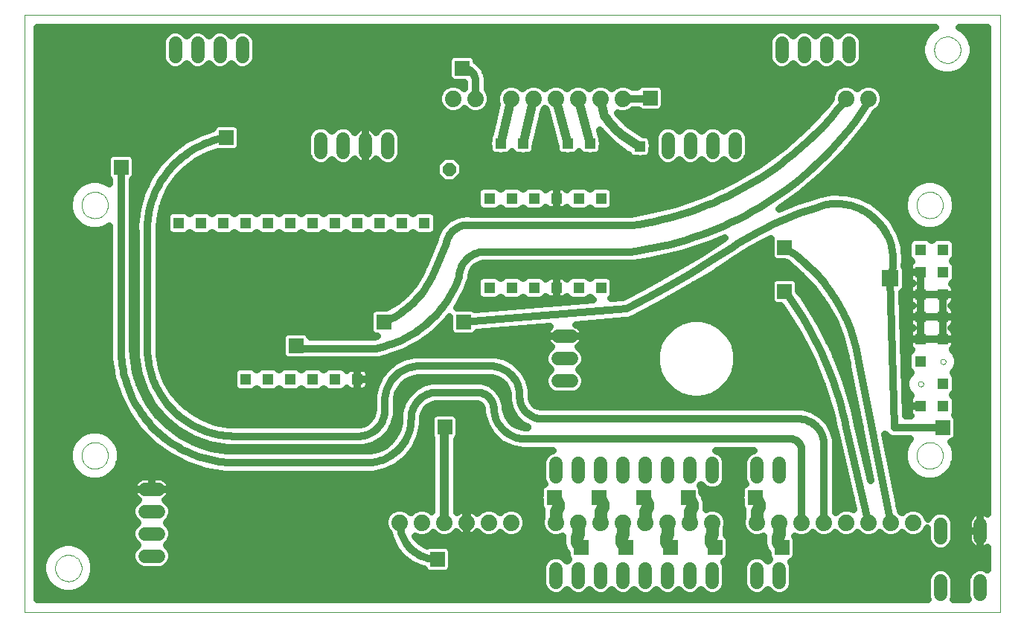
<source format=gtl>
G75*
%MOIN*%
%OFA0B0*%
%FSLAX24Y24*%
%IPPOS*%
%LPD*%
%AMOC8*
5,1,8,0,0,1.08239X$1,22.5*
%
%ADD10C,0.0000*%
%ADD11C,0.0004*%
%ADD12C,0.0600*%
%ADD13C,0.0740*%
%ADD14R,0.0515X0.0515*%
%ADD15OC8,0.0600*%
%ADD16C,0.0400*%
%ADD17R,0.0660X0.0660*%
%ADD18C,0.0320*%
%ADD19R,0.0475X0.0475*%
%ADD20R,0.0760X0.0760*%
%ADD21C,0.0560*%
D10*
X007411Y004067D02*
X051112Y004067D01*
X051112Y030838D01*
X007411Y030838D01*
X009970Y022303D02*
X009972Y022351D01*
X009978Y022399D01*
X009988Y022446D01*
X010001Y022492D01*
X010019Y022537D01*
X010039Y022581D01*
X010064Y022623D01*
X010092Y022662D01*
X010122Y022699D01*
X010156Y022733D01*
X010193Y022765D01*
X010231Y022794D01*
X010272Y022819D01*
X010315Y022841D01*
X010360Y022859D01*
X010406Y022873D01*
X010453Y022884D01*
X010501Y022891D01*
X010549Y022894D01*
X010597Y022893D01*
X010645Y022888D01*
X010693Y022879D01*
X010739Y022867D01*
X010784Y022850D01*
X010828Y022830D01*
X010870Y022807D01*
X010910Y022780D01*
X010948Y022750D01*
X010983Y022717D01*
X011015Y022681D01*
X011045Y022643D01*
X011071Y022602D01*
X011093Y022559D01*
X011113Y022515D01*
X011128Y022470D01*
X011140Y022423D01*
X011148Y022375D01*
X011152Y022327D01*
X011152Y022279D01*
X011148Y022231D01*
X011140Y022183D01*
X011128Y022136D01*
X011113Y022091D01*
X011093Y022047D01*
X011071Y022004D01*
X011045Y021963D01*
X011015Y021925D01*
X010983Y021889D01*
X010948Y021856D01*
X010910Y021826D01*
X010870Y021799D01*
X010828Y021776D01*
X010784Y021756D01*
X010739Y021739D01*
X010693Y021727D01*
X010645Y021718D01*
X010597Y021713D01*
X010549Y021712D01*
X010501Y021715D01*
X010453Y021722D01*
X010406Y021733D01*
X010360Y021747D01*
X010315Y021765D01*
X010272Y021787D01*
X010231Y021812D01*
X010193Y021841D01*
X010156Y021873D01*
X010122Y021907D01*
X010092Y021944D01*
X010064Y021983D01*
X010039Y022025D01*
X010019Y022069D01*
X010001Y022114D01*
X009988Y022160D01*
X009978Y022207D01*
X009972Y022255D01*
X009970Y022303D01*
X009970Y011082D02*
X009972Y011130D01*
X009978Y011178D01*
X009988Y011225D01*
X010001Y011271D01*
X010019Y011316D01*
X010039Y011360D01*
X010064Y011402D01*
X010092Y011441D01*
X010122Y011478D01*
X010156Y011512D01*
X010193Y011544D01*
X010231Y011573D01*
X010272Y011598D01*
X010315Y011620D01*
X010360Y011638D01*
X010406Y011652D01*
X010453Y011663D01*
X010501Y011670D01*
X010549Y011673D01*
X010597Y011672D01*
X010645Y011667D01*
X010693Y011658D01*
X010739Y011646D01*
X010784Y011629D01*
X010828Y011609D01*
X010870Y011586D01*
X010910Y011559D01*
X010948Y011529D01*
X010983Y011496D01*
X011015Y011460D01*
X011045Y011422D01*
X011071Y011381D01*
X011093Y011338D01*
X011113Y011294D01*
X011128Y011249D01*
X011140Y011202D01*
X011148Y011154D01*
X011152Y011106D01*
X011152Y011058D01*
X011148Y011010D01*
X011140Y010962D01*
X011128Y010915D01*
X011113Y010870D01*
X011093Y010826D01*
X011071Y010783D01*
X011045Y010742D01*
X011015Y010704D01*
X010983Y010668D01*
X010948Y010635D01*
X010910Y010605D01*
X010870Y010578D01*
X010828Y010555D01*
X010784Y010535D01*
X010739Y010518D01*
X010693Y010506D01*
X010645Y010497D01*
X010597Y010492D01*
X010549Y010491D01*
X010501Y010494D01*
X010453Y010501D01*
X010406Y010512D01*
X010360Y010526D01*
X010315Y010544D01*
X010272Y010566D01*
X010231Y010591D01*
X010193Y010620D01*
X010156Y010652D01*
X010122Y010686D01*
X010092Y010723D01*
X010064Y010762D01*
X010039Y010804D01*
X010019Y010848D01*
X010001Y010893D01*
X009988Y010939D01*
X009978Y010986D01*
X009972Y011034D01*
X009970Y011082D01*
X008789Y006035D02*
X008791Y006083D01*
X008797Y006131D01*
X008807Y006178D01*
X008820Y006224D01*
X008838Y006269D01*
X008858Y006313D01*
X008883Y006355D01*
X008911Y006394D01*
X008941Y006431D01*
X008975Y006465D01*
X009012Y006497D01*
X009050Y006526D01*
X009091Y006551D01*
X009134Y006573D01*
X009179Y006591D01*
X009225Y006605D01*
X009272Y006616D01*
X009320Y006623D01*
X009368Y006626D01*
X009416Y006625D01*
X009464Y006620D01*
X009512Y006611D01*
X009558Y006599D01*
X009603Y006582D01*
X009647Y006562D01*
X009689Y006539D01*
X009729Y006512D01*
X009767Y006482D01*
X009802Y006449D01*
X009834Y006413D01*
X009864Y006375D01*
X009890Y006334D01*
X009912Y006291D01*
X009932Y006247D01*
X009947Y006202D01*
X009959Y006155D01*
X009967Y006107D01*
X009971Y006059D01*
X009971Y006011D01*
X009967Y005963D01*
X009959Y005915D01*
X009947Y005868D01*
X009932Y005823D01*
X009912Y005779D01*
X009890Y005736D01*
X009864Y005695D01*
X009834Y005657D01*
X009802Y005621D01*
X009767Y005588D01*
X009729Y005558D01*
X009689Y005531D01*
X009647Y005508D01*
X009603Y005488D01*
X009558Y005471D01*
X009512Y005459D01*
X009464Y005450D01*
X009416Y005445D01*
X009368Y005444D01*
X009320Y005447D01*
X009272Y005454D01*
X009225Y005465D01*
X009179Y005479D01*
X009134Y005497D01*
X009091Y005519D01*
X009050Y005544D01*
X009012Y005573D01*
X008975Y005605D01*
X008941Y005639D01*
X008911Y005676D01*
X008883Y005715D01*
X008858Y005757D01*
X008838Y005801D01*
X008820Y005846D01*
X008807Y005892D01*
X008797Y005939D01*
X008791Y005987D01*
X008789Y006035D01*
X047371Y011082D02*
X047373Y011130D01*
X047379Y011178D01*
X047389Y011225D01*
X047402Y011271D01*
X047420Y011316D01*
X047440Y011360D01*
X047465Y011402D01*
X047493Y011441D01*
X047523Y011478D01*
X047557Y011512D01*
X047594Y011544D01*
X047632Y011573D01*
X047673Y011598D01*
X047716Y011620D01*
X047761Y011638D01*
X047807Y011652D01*
X047854Y011663D01*
X047902Y011670D01*
X047950Y011673D01*
X047998Y011672D01*
X048046Y011667D01*
X048094Y011658D01*
X048140Y011646D01*
X048185Y011629D01*
X048229Y011609D01*
X048271Y011586D01*
X048311Y011559D01*
X048349Y011529D01*
X048384Y011496D01*
X048416Y011460D01*
X048446Y011422D01*
X048472Y011381D01*
X048494Y011338D01*
X048514Y011294D01*
X048529Y011249D01*
X048541Y011202D01*
X048549Y011154D01*
X048553Y011106D01*
X048553Y011058D01*
X048549Y011010D01*
X048541Y010962D01*
X048529Y010915D01*
X048514Y010870D01*
X048494Y010826D01*
X048472Y010783D01*
X048446Y010742D01*
X048416Y010704D01*
X048384Y010668D01*
X048349Y010635D01*
X048311Y010605D01*
X048271Y010578D01*
X048229Y010555D01*
X048185Y010535D01*
X048140Y010518D01*
X048094Y010506D01*
X048046Y010497D01*
X047998Y010492D01*
X047950Y010491D01*
X047902Y010494D01*
X047854Y010501D01*
X047807Y010512D01*
X047761Y010526D01*
X047716Y010544D01*
X047673Y010566D01*
X047632Y010591D01*
X047594Y010620D01*
X047557Y010652D01*
X047523Y010686D01*
X047493Y010723D01*
X047465Y010762D01*
X047440Y010804D01*
X047420Y010848D01*
X047402Y010893D01*
X047389Y010939D01*
X047379Y010986D01*
X047373Y011034D01*
X047371Y011082D01*
X047435Y014291D02*
X047437Y014312D01*
X047443Y014332D01*
X047452Y014352D01*
X047464Y014369D01*
X047479Y014383D01*
X047497Y014395D01*
X047517Y014403D01*
X047537Y014408D01*
X047558Y014409D01*
X047579Y014406D01*
X047599Y014400D01*
X047618Y014389D01*
X047635Y014376D01*
X047648Y014360D01*
X047659Y014342D01*
X047667Y014322D01*
X047671Y014302D01*
X047671Y014280D01*
X047667Y014260D01*
X047659Y014240D01*
X047648Y014222D01*
X047635Y014206D01*
X047618Y014193D01*
X047599Y014182D01*
X047579Y014176D01*
X047558Y014173D01*
X047537Y014174D01*
X047517Y014179D01*
X047497Y014187D01*
X047479Y014199D01*
X047464Y014213D01*
X047452Y014230D01*
X047443Y014250D01*
X047437Y014270D01*
X047435Y014291D01*
X048435Y015291D02*
X048437Y015312D01*
X048443Y015332D01*
X048452Y015352D01*
X048464Y015369D01*
X048479Y015383D01*
X048497Y015395D01*
X048517Y015403D01*
X048537Y015408D01*
X048558Y015409D01*
X048579Y015406D01*
X048599Y015400D01*
X048618Y015389D01*
X048635Y015376D01*
X048648Y015360D01*
X048659Y015342D01*
X048667Y015322D01*
X048671Y015302D01*
X048671Y015280D01*
X048667Y015260D01*
X048659Y015240D01*
X048648Y015222D01*
X048635Y015206D01*
X048618Y015193D01*
X048599Y015182D01*
X048579Y015176D01*
X048558Y015173D01*
X048537Y015174D01*
X048517Y015179D01*
X048497Y015187D01*
X048479Y015199D01*
X048464Y015213D01*
X048452Y015230D01*
X048443Y015250D01*
X048437Y015270D01*
X048435Y015291D01*
X047371Y022303D02*
X047373Y022351D01*
X047379Y022399D01*
X047389Y022446D01*
X047402Y022492D01*
X047420Y022537D01*
X047440Y022581D01*
X047465Y022623D01*
X047493Y022662D01*
X047523Y022699D01*
X047557Y022733D01*
X047594Y022765D01*
X047632Y022794D01*
X047673Y022819D01*
X047716Y022841D01*
X047761Y022859D01*
X047807Y022873D01*
X047854Y022884D01*
X047902Y022891D01*
X047950Y022894D01*
X047998Y022893D01*
X048046Y022888D01*
X048094Y022879D01*
X048140Y022867D01*
X048185Y022850D01*
X048229Y022830D01*
X048271Y022807D01*
X048311Y022780D01*
X048349Y022750D01*
X048384Y022717D01*
X048416Y022681D01*
X048446Y022643D01*
X048472Y022602D01*
X048494Y022559D01*
X048514Y022515D01*
X048529Y022470D01*
X048541Y022423D01*
X048549Y022375D01*
X048553Y022327D01*
X048553Y022279D01*
X048549Y022231D01*
X048541Y022183D01*
X048529Y022136D01*
X048514Y022091D01*
X048494Y022047D01*
X048472Y022004D01*
X048446Y021963D01*
X048416Y021925D01*
X048384Y021889D01*
X048349Y021856D01*
X048311Y021826D01*
X048271Y021799D01*
X048229Y021776D01*
X048185Y021756D01*
X048140Y021739D01*
X048094Y021727D01*
X048046Y021718D01*
X047998Y021713D01*
X047950Y021712D01*
X047902Y021715D01*
X047854Y021722D01*
X047807Y021733D01*
X047761Y021747D01*
X047716Y021765D01*
X047673Y021787D01*
X047632Y021812D01*
X047594Y021841D01*
X047557Y021873D01*
X047523Y021907D01*
X047493Y021944D01*
X047465Y021983D01*
X047440Y022025D01*
X047420Y022069D01*
X047402Y022114D01*
X047389Y022160D01*
X047379Y022207D01*
X047373Y022255D01*
X047371Y022303D01*
X048159Y029263D02*
X048161Y029311D01*
X048167Y029359D01*
X048177Y029406D01*
X048190Y029452D01*
X048208Y029497D01*
X048228Y029541D01*
X048253Y029583D01*
X048281Y029622D01*
X048311Y029659D01*
X048345Y029693D01*
X048382Y029725D01*
X048420Y029754D01*
X048461Y029779D01*
X048504Y029801D01*
X048549Y029819D01*
X048595Y029833D01*
X048642Y029844D01*
X048690Y029851D01*
X048738Y029854D01*
X048786Y029853D01*
X048834Y029848D01*
X048882Y029839D01*
X048928Y029827D01*
X048973Y029810D01*
X049017Y029790D01*
X049059Y029767D01*
X049099Y029740D01*
X049137Y029710D01*
X049172Y029677D01*
X049204Y029641D01*
X049234Y029603D01*
X049260Y029562D01*
X049282Y029519D01*
X049302Y029475D01*
X049317Y029430D01*
X049329Y029383D01*
X049337Y029335D01*
X049341Y029287D01*
X049341Y029239D01*
X049337Y029191D01*
X049329Y029143D01*
X049317Y029096D01*
X049302Y029051D01*
X049282Y029007D01*
X049260Y028964D01*
X049234Y028923D01*
X049204Y028885D01*
X049172Y028849D01*
X049137Y028816D01*
X049099Y028786D01*
X049059Y028759D01*
X049017Y028736D01*
X048973Y028716D01*
X048928Y028699D01*
X048882Y028687D01*
X048834Y028678D01*
X048786Y028673D01*
X048738Y028672D01*
X048690Y028675D01*
X048642Y028682D01*
X048595Y028693D01*
X048549Y028707D01*
X048504Y028725D01*
X048461Y028747D01*
X048420Y028772D01*
X048382Y028801D01*
X048345Y028833D01*
X048311Y028867D01*
X048281Y028904D01*
X048253Y028943D01*
X048228Y028985D01*
X048208Y029029D01*
X048190Y029074D01*
X048177Y029120D01*
X048167Y029167D01*
X048161Y029215D01*
X048159Y029263D01*
D11*
X007411Y030838D02*
X007411Y004067D01*
D12*
X012820Y006567D02*
X013420Y006567D01*
X013420Y007567D02*
X012820Y007567D01*
X012820Y008567D02*
X013420Y008567D01*
X013420Y009567D02*
X012820Y009567D01*
X031224Y010117D02*
X031224Y010717D01*
X032224Y010717D02*
X032224Y010117D01*
X033224Y010117D02*
X033224Y010717D01*
X034224Y010717D02*
X034224Y010117D01*
X035224Y010117D02*
X035224Y010717D01*
X036224Y010717D02*
X036224Y010117D01*
X037224Y010117D02*
X037224Y010717D01*
X038224Y010717D02*
X038224Y010117D01*
X040224Y010117D02*
X040224Y010717D01*
X041224Y010717D02*
X041224Y010117D01*
X041224Y006004D02*
X041224Y005404D01*
X040224Y005404D02*
X040224Y006004D01*
X038224Y006004D02*
X038224Y005404D01*
X037224Y005404D02*
X037224Y006004D01*
X036224Y006004D02*
X036224Y005404D01*
X035224Y005404D02*
X035224Y006004D01*
X034224Y006004D02*
X034224Y005404D01*
X033224Y005404D02*
X033224Y006004D01*
X032224Y006004D02*
X032224Y005404D01*
X031224Y005404D02*
X031224Y006004D01*
X031316Y014421D02*
X031916Y014421D01*
X031916Y015421D02*
X031316Y015421D01*
X031316Y016421D02*
X031916Y016421D01*
X036242Y024672D02*
X036242Y025272D01*
X037242Y025272D02*
X037242Y024672D01*
X038242Y024672D02*
X038242Y025272D01*
X039242Y025272D02*
X039242Y024672D01*
X041344Y028963D02*
X041344Y029563D01*
X042344Y029563D02*
X042344Y028963D01*
X043344Y028963D02*
X043344Y029563D01*
X044344Y029563D02*
X044344Y028963D01*
X023691Y025272D02*
X023691Y024672D01*
X022691Y024672D02*
X022691Y025272D01*
X021691Y025272D02*
X021691Y024672D01*
X020691Y024672D02*
X020691Y025272D01*
X017179Y028963D02*
X017179Y029563D01*
X016179Y029563D02*
X016179Y028963D01*
X015179Y028963D02*
X015179Y029563D01*
X014179Y029563D02*
X014179Y028963D01*
X048450Y008009D02*
X048450Y007409D01*
X050230Y007409D02*
X050230Y008009D01*
X050230Y005449D02*
X050230Y004849D01*
X048450Y004849D02*
X048450Y005449D01*
D13*
X047224Y008067D03*
X046224Y008067D03*
X045224Y008067D03*
X044224Y008067D03*
X043224Y008067D03*
X042224Y008067D03*
X041224Y008067D03*
X040224Y008067D03*
X038224Y008067D03*
X037224Y008067D03*
X036224Y008067D03*
X035224Y008067D03*
X034224Y008067D03*
X033224Y008067D03*
X032224Y008067D03*
X031224Y008067D03*
X029224Y008067D03*
X028224Y008067D03*
X027224Y008067D03*
X026224Y008067D03*
X025224Y008067D03*
X024224Y008067D03*
X026624Y027067D03*
X027624Y027067D03*
X029224Y027067D03*
X030224Y027067D03*
X031224Y027067D03*
X032224Y027067D03*
X033224Y027067D03*
X034224Y027067D03*
X044224Y027067D03*
X045224Y027067D03*
D14*
X047553Y020291D03*
X048553Y020291D03*
X048553Y019291D03*
X047553Y019291D03*
X047553Y018291D03*
X048553Y018291D03*
X048553Y017291D03*
X047553Y017291D03*
X047553Y016291D03*
X048553Y016291D03*
X047553Y015291D03*
X048553Y014291D03*
X048553Y013291D03*
X047553Y013291D03*
X033239Y018598D03*
X032239Y018598D03*
X031239Y018598D03*
X030239Y018598D03*
X029239Y018598D03*
X028239Y018598D03*
X025324Y021492D03*
X024324Y021492D03*
X023324Y021492D03*
X022324Y021492D03*
X021324Y021492D03*
X020324Y021492D03*
X019324Y021492D03*
X018324Y021492D03*
X017324Y021492D03*
X016324Y021492D03*
X015324Y021492D03*
X014324Y021492D03*
X017324Y014492D03*
X018324Y014492D03*
X019324Y014492D03*
X020324Y014492D03*
X021324Y014492D03*
X022324Y014492D03*
X028239Y022598D03*
X029239Y022598D03*
X030239Y022598D03*
X031239Y022598D03*
X032239Y022598D03*
X033239Y022598D03*
D15*
X026439Y023897D03*
D16*
X028742Y025067D02*
X029224Y027067D01*
X030224Y027067D02*
X029742Y025067D01*
X031742Y025067D02*
X031224Y027067D01*
X032224Y027067D02*
X032742Y025067D01*
X033395Y026311D02*
X033224Y027067D01*
X033396Y026311D02*
X033467Y026208D01*
X033541Y026108D01*
X033618Y026010D01*
X033698Y025915D01*
X033780Y025822D01*
X033866Y025732D01*
X033955Y025644D01*
X034046Y025559D01*
X034139Y025477D01*
X034236Y025398D01*
X034334Y025322D01*
X034435Y025249D01*
X034538Y025180D01*
X034643Y025113D01*
X034750Y025050D01*
X034859Y024989D01*
X034970Y024933D01*
X026224Y012372D02*
X026225Y012365D01*
X026229Y012359D01*
X026235Y012355D01*
X026242Y012354D01*
X026224Y012372D02*
X026224Y008067D01*
X027224Y008067D02*
X027224Y009567D01*
X028029Y009567D01*
D17*
X028029Y009567D03*
X031135Y009185D03*
X033135Y009185D03*
X035135Y009185D03*
X037135Y009185D03*
X040135Y009185D03*
X041348Y006948D03*
X038348Y006948D03*
X036348Y006948D03*
X034348Y006948D03*
X032348Y006948D03*
X025915Y006429D03*
X026242Y012354D03*
X019576Y015996D03*
X023513Y017059D03*
X027096Y017059D03*
X016466Y025326D03*
X011742Y024000D03*
X027017Y028437D03*
X035443Y027098D03*
X041466Y020405D03*
X041466Y018437D03*
X048553Y012334D03*
D18*
X046387Y012334D01*
X046191Y019027D01*
X046871Y019036D02*
X047035Y019036D01*
X047035Y019008D02*
X047045Y018958D01*
X047065Y018910D01*
X047093Y018868D01*
X047130Y018832D01*
X047172Y018803D01*
X047201Y018791D01*
X047172Y018779D01*
X047130Y018750D01*
X047093Y018714D01*
X047065Y018672D01*
X047045Y018624D01*
X047035Y018574D01*
X047035Y018291D01*
X047553Y018291D01*
X048070Y018291D01*
X048553Y018291D01*
X049070Y018291D01*
X049070Y018574D01*
X049060Y018624D01*
X049041Y018672D01*
X049012Y018714D01*
X048976Y018750D01*
X048951Y018767D01*
X048980Y018779D01*
X049065Y018864D01*
X049110Y018974D01*
X049110Y019608D01*
X049065Y019718D01*
X048992Y019791D01*
X049065Y019864D01*
X049110Y019974D01*
X049110Y020608D01*
X049065Y020718D01*
X048980Y020803D01*
X048870Y020848D01*
X048236Y020848D01*
X048125Y020803D01*
X048053Y020730D01*
X047980Y020803D01*
X047870Y020848D01*
X047236Y020848D01*
X047125Y020803D01*
X047041Y020718D01*
X046995Y020608D01*
X046995Y019974D01*
X047041Y019864D01*
X047125Y019779D01*
X047154Y019767D01*
X047130Y019750D01*
X047093Y019714D01*
X047065Y019672D01*
X047045Y019624D01*
X047035Y019574D01*
X047035Y019291D01*
X047553Y019291D01*
X047553Y018291D01*
X047553Y018291D01*
X048553Y018291D01*
X048553Y018291D01*
X049070Y018291D01*
X049070Y018008D01*
X049060Y017958D01*
X049041Y017910D01*
X049012Y017868D01*
X048976Y017832D01*
X048933Y017803D01*
X048904Y017791D01*
X048933Y017779D01*
X048976Y017750D01*
X049012Y017714D01*
X049041Y017672D01*
X049060Y017624D01*
X049070Y017574D01*
X049070Y017291D01*
X048553Y017291D01*
X048553Y017291D01*
X049070Y017291D01*
X049070Y017008D01*
X049060Y016958D01*
X049041Y016910D01*
X049012Y016868D01*
X048976Y016832D01*
X048933Y016803D01*
X048904Y016791D01*
X048933Y016779D01*
X048976Y016750D01*
X049012Y016714D01*
X049041Y016672D01*
X049060Y016624D01*
X049070Y016574D01*
X049070Y016291D01*
X048553Y016291D01*
X048553Y016291D01*
X049070Y016291D01*
X049070Y016008D01*
X049060Y015958D01*
X049041Y015910D01*
X049012Y015868D01*
X048976Y015832D01*
X048973Y015830D01*
X049128Y015675D01*
X049231Y015426D01*
X049231Y015156D01*
X049128Y014907D01*
X049002Y014781D01*
X049065Y014718D01*
X049110Y014608D01*
X049110Y013974D01*
X049065Y013864D01*
X048992Y013791D01*
X049065Y013718D01*
X049110Y013608D01*
X049110Y012974D01*
X049077Y012894D01*
X049137Y012834D01*
X049183Y012724D01*
X049183Y011945D01*
X049137Y011834D01*
X049053Y011750D01*
X048942Y011704D01*
X048932Y011704D01*
X049034Y011526D01*
X049113Y011234D01*
X049113Y010931D01*
X049034Y010638D01*
X048883Y010376D01*
X048669Y010162D01*
X048406Y010010D01*
X048114Y009932D01*
X047811Y009932D01*
X047518Y010010D01*
X047256Y010162D01*
X047042Y010376D01*
X046890Y010638D01*
X046812Y010931D01*
X046812Y011234D01*
X046890Y011526D01*
X047042Y011789D01*
X047067Y011814D01*
X046395Y011814D01*
X046299Y011811D01*
X046292Y011814D01*
X046284Y011814D01*
X046195Y011851D01*
X046106Y011885D01*
X046100Y011890D01*
X046093Y011893D01*
X046025Y011961D01*
X045959Y012023D01*
X046650Y008589D01*
X046724Y008514D01*
X046844Y008635D01*
X047091Y008737D01*
X047357Y008737D01*
X047604Y008635D01*
X047792Y008446D01*
X047887Y008217D01*
X047942Y008349D01*
X048110Y008517D01*
X048331Y008609D01*
X048570Y008609D01*
X048790Y008517D01*
X048959Y008349D01*
X049050Y008128D01*
X049050Y007289D01*
X048959Y007069D01*
X048790Y006900D01*
X048570Y006809D01*
X048331Y006809D01*
X048110Y006900D01*
X047942Y007069D01*
X047850Y007289D01*
X047850Y007827D01*
X047792Y007687D01*
X047604Y007499D01*
X047357Y007397D01*
X047091Y007397D01*
X046844Y007499D01*
X046724Y007619D01*
X046604Y007499D01*
X046357Y007397D01*
X046091Y007397D01*
X045844Y007499D01*
X045724Y007619D01*
X045604Y007499D01*
X045357Y007397D01*
X045091Y007397D01*
X044844Y007499D01*
X044724Y007619D01*
X044604Y007499D01*
X044357Y007397D01*
X044091Y007397D01*
X043844Y007499D01*
X043724Y007619D01*
X043604Y007499D01*
X043357Y007397D01*
X043091Y007397D01*
X042844Y007499D01*
X042724Y007619D01*
X042604Y007499D01*
X042357Y007397D01*
X042091Y007397D01*
X041909Y007472D01*
X041932Y007448D01*
X041978Y007338D01*
X041978Y007062D01*
X042001Y006946D01*
X041978Y006835D01*
X041978Y006559D01*
X041932Y006448D01*
X041848Y006364D01*
X041743Y006320D01*
X041824Y006124D01*
X041824Y005285D01*
X041733Y005064D01*
X041564Y004896D01*
X041343Y004804D01*
X041105Y004804D01*
X040884Y004896D01*
X040724Y005056D01*
X040564Y004896D01*
X040343Y004804D01*
X040105Y004804D01*
X039884Y004896D01*
X039715Y005064D01*
X039624Y005285D01*
X039624Y006124D01*
X039715Y006344D01*
X039884Y006513D01*
X040105Y006604D01*
X040343Y006604D01*
X040564Y006513D01*
X040724Y006353D01*
X040792Y006421D01*
X040764Y006448D01*
X040718Y006559D01*
X040718Y006679D01*
X040632Y006789D01*
X040632Y006789D01*
X040513Y007116D01*
X040513Y007116D01*
X040501Y007456D01*
X040357Y007397D01*
X040091Y007397D01*
X039844Y007499D01*
X039656Y007687D01*
X039554Y007933D01*
X039554Y008200D01*
X039584Y008272D01*
X039584Y008537D01*
X039572Y008617D01*
X039582Y008654D01*
X039551Y008685D01*
X039505Y008795D01*
X039505Y009070D01*
X039484Y009217D01*
X039505Y009304D01*
X039505Y009574D01*
X039551Y009685D01*
X039635Y009769D01*
X039707Y009798D01*
X039624Y009998D01*
X039624Y010836D01*
X039715Y011057D01*
X039884Y011226D01*
X040070Y011302D01*
X038378Y011302D01*
X038564Y011226D01*
X038733Y011057D01*
X038824Y010836D01*
X038824Y009998D01*
X038733Y009777D01*
X038564Y009608D01*
X038343Y009517D01*
X038105Y009517D01*
X037884Y009608D01*
X037724Y009768D01*
X037680Y009724D01*
X037720Y009685D01*
X037765Y009574D01*
X037765Y009439D01*
X037849Y009321D01*
X037849Y009321D01*
X037950Y008998D01*
X037950Y008998D01*
X037947Y008677D01*
X038091Y008737D01*
X038357Y008737D01*
X038604Y008635D01*
X038792Y008446D01*
X038894Y008200D01*
X038894Y007933D01*
X038864Y007861D01*
X038864Y007646D01*
X038877Y007582D01*
X038864Y007520D01*
X038864Y007517D01*
X038932Y007448D01*
X038978Y007338D01*
X038978Y007062D01*
X039001Y006946D01*
X038978Y006835D01*
X038978Y006559D01*
X038932Y006448D01*
X038848Y006364D01*
X038743Y006320D01*
X038824Y006124D01*
X038824Y005285D01*
X038733Y005064D01*
X038564Y004896D01*
X038343Y004804D01*
X038105Y004804D01*
X037884Y004896D01*
X037724Y005056D01*
X037564Y004896D01*
X037343Y004804D01*
X037105Y004804D01*
X036884Y004896D01*
X036724Y005056D01*
X036564Y004896D01*
X036343Y004804D01*
X036105Y004804D01*
X035884Y004896D01*
X035724Y005056D01*
X035564Y004896D01*
X035343Y004804D01*
X035105Y004804D01*
X034884Y004896D01*
X034724Y005056D01*
X034564Y004896D01*
X034343Y004804D01*
X034105Y004804D01*
X033884Y004896D01*
X033724Y005056D01*
X033564Y004896D01*
X033343Y004804D01*
X033105Y004804D01*
X032884Y004896D01*
X032724Y005056D01*
X032564Y004896D01*
X032343Y004804D01*
X032105Y004804D01*
X031884Y004896D01*
X031724Y005056D01*
X031564Y004896D01*
X031343Y004804D01*
X031105Y004804D01*
X030884Y004896D01*
X030715Y005064D01*
X030624Y005285D01*
X030624Y006124D01*
X030715Y006344D01*
X030884Y006513D01*
X031105Y006604D01*
X031343Y006604D01*
X031564Y006513D01*
X031724Y006353D01*
X031792Y006421D01*
X031764Y006448D01*
X031718Y006559D01*
X031718Y006679D01*
X031632Y006789D01*
X031632Y006789D01*
X031513Y007116D01*
X031513Y007116D01*
X031501Y007456D01*
X031357Y007397D01*
X031091Y007397D01*
X030844Y007499D01*
X030656Y007687D01*
X030554Y007933D01*
X030554Y008200D01*
X030584Y008272D01*
X030584Y008537D01*
X030572Y008617D01*
X030582Y008654D01*
X030551Y008685D01*
X030505Y008795D01*
X030505Y009070D01*
X030484Y009217D01*
X030505Y009304D01*
X030505Y009574D01*
X030551Y009685D01*
X030635Y009769D01*
X030707Y009798D01*
X030624Y009998D01*
X030624Y010836D01*
X030715Y011057D01*
X030884Y011226D01*
X031070Y011302D01*
X029988Y011302D01*
X029748Y011286D01*
X029748Y011286D01*
X029242Y011385D01*
X029242Y011385D01*
X028778Y011612D01*
X028778Y011612D01*
X028389Y011951D01*
X028389Y011951D01*
X028101Y012380D01*
X028101Y012380D01*
X027933Y012868D01*
X027933Y012868D01*
X027922Y013041D01*
X027915Y013058D01*
X027915Y013143D01*
X027911Y013200D01*
X027890Y013265D01*
X027848Y013322D01*
X027790Y013364D01*
X027722Y013386D01*
X027687Y013389D01*
X025915Y013389D01*
X025829Y013383D01*
X025662Y013339D01*
X025513Y013252D01*
X025390Y013130D01*
X025304Y012981D01*
X025260Y012814D01*
X025254Y012728D01*
X025254Y012448D01*
X025129Y011901D01*
X025129Y011901D01*
X024886Y011396D01*
X024886Y011396D01*
X024536Y010957D01*
X024536Y010957D01*
X024098Y010608D01*
X024098Y010608D01*
X023592Y010364D01*
X023592Y010364D01*
X023046Y010239D01*
X016416Y010239D01*
X015540Y010378D01*
X015540Y010378D01*
X014696Y010653D01*
X014696Y010653D01*
X013905Y011055D01*
X013905Y011055D01*
X013187Y011577D01*
X013187Y011577D01*
X013187Y011577D01*
X012559Y012205D01*
X012559Y012205D01*
X012038Y012923D01*
X012038Y012923D01*
X011635Y013713D01*
X011635Y013713D01*
X011361Y014557D01*
X011361Y014557D01*
X011222Y015434D01*
X011222Y021356D01*
X011005Y021231D01*
X010712Y021152D01*
X010409Y021152D01*
X010117Y021231D01*
X009854Y021382D01*
X009640Y021596D01*
X009488Y021859D01*
X009410Y022151D01*
X009410Y022454D01*
X009488Y022747D01*
X009640Y023009D01*
X009854Y023223D01*
X010117Y023375D01*
X010409Y023453D01*
X010712Y023453D01*
X011005Y023375D01*
X011222Y023250D01*
X011222Y023435D01*
X011157Y023500D01*
X011112Y023610D01*
X011112Y024389D01*
X011157Y024500D01*
X011242Y024584D01*
X011352Y024630D01*
X012131Y024630D01*
X012242Y024584D01*
X012326Y024500D01*
X012372Y024389D01*
X012372Y023610D01*
X012326Y023500D01*
X012262Y023435D01*
X012262Y015878D01*
X012276Y015517D01*
X012389Y014804D01*
X012612Y014118D01*
X012939Y013475D01*
X013363Y012891D01*
X013874Y012381D01*
X014457Y011957D01*
X015100Y011629D01*
X015786Y011406D01*
X016499Y011294D01*
X016860Y011279D01*
X022765Y011279D01*
X022928Y011289D01*
X023244Y011361D01*
X023536Y011501D01*
X023790Y011704D01*
X023992Y011957D01*
X024133Y012250D01*
X024205Y012566D01*
X024214Y012728D01*
X024214Y012952D01*
X024330Y013385D01*
X024330Y013385D01*
X024554Y013772D01*
X024554Y013772D01*
X024554Y013772D01*
X024870Y014089D01*
X024870Y014089D01*
X025258Y014313D01*
X025258Y014313D01*
X025691Y014429D01*
X027887Y014429D01*
X028269Y014305D01*
X028269Y014305D01*
X028594Y014069D01*
X028594Y014069D01*
X028594Y014069D01*
X028831Y013744D01*
X028831Y013744D01*
X028955Y013362D01*
X028955Y013188D01*
X028969Y013077D01*
X029047Y012850D01*
X029181Y012651D01*
X029363Y012493D01*
X029578Y012387D01*
X029814Y012341D01*
X029863Y012341D01*
X029867Y012342D01*
X029944Y012342D01*
X029657Y012509D01*
X029657Y012509D01*
X029657Y012509D01*
X029377Y012789D01*
X029377Y012789D01*
X029179Y013132D01*
X029179Y013132D01*
X029076Y013514D01*
X029076Y013771D01*
X029069Y013876D01*
X029015Y014077D01*
X028911Y014258D01*
X028764Y014405D01*
X028583Y014509D01*
X028381Y014563D01*
X028277Y014570D01*
X025128Y014570D01*
X025009Y014564D01*
X024779Y014511D01*
X024566Y014408D01*
X024382Y014261D01*
X024234Y014077D01*
X024132Y013864D01*
X024079Y013633D01*
X024073Y013515D01*
X024073Y012898D01*
X023957Y012465D01*
X023957Y012465D01*
X023733Y012077D01*
X023733Y012077D01*
X023416Y011760D01*
X023416Y011760D01*
X023028Y011536D01*
X023028Y011536D01*
X022596Y011421D01*
X016470Y011421D01*
X015702Y011556D01*
X014969Y011823D01*
X014294Y012213D01*
X014294Y012213D01*
X013696Y012714D01*
X013696Y012714D01*
X013195Y013311D01*
X012805Y013987D01*
X012805Y013987D01*
X012538Y014720D01*
X012538Y014720D01*
X012403Y015488D01*
X012403Y020983D01*
X012385Y021354D01*
X012385Y021354D01*
X012474Y022117D01*
X012474Y022117D01*
X012685Y022855D01*
X012685Y022855D01*
X013013Y023549D01*
X013013Y023549D01*
X013449Y024180D01*
X013449Y024180D01*
X013982Y024733D01*
X013982Y024733D01*
X014597Y025191D01*
X014597Y025191D01*
X015278Y025544D01*
X015278Y025544D01*
X015841Y025728D01*
X015882Y025826D01*
X015966Y025911D01*
X016076Y025956D01*
X016856Y025956D01*
X016966Y025911D01*
X017050Y025826D01*
X017096Y025716D01*
X017096Y024937D01*
X017050Y024826D01*
X016966Y024742D01*
X016856Y024696D01*
X016076Y024696D01*
X016074Y024697D01*
X015686Y024571D01*
X015157Y024297D01*
X014680Y023940D01*
X014266Y023512D01*
X013928Y023021D01*
X013673Y022483D01*
X013509Y021910D01*
X013440Y021318D01*
X013442Y021102D01*
X013443Y021099D01*
X013443Y021008D01*
X013447Y020917D01*
X013443Y020905D01*
X013443Y015878D01*
X013456Y015580D01*
X013559Y014993D01*
X013763Y014433D01*
X014061Y013918D01*
X014061Y013918D01*
X014444Y013461D01*
X014900Y013079D01*
X015416Y012781D01*
X015975Y012577D01*
X016562Y012474D01*
X016860Y012461D01*
X022372Y012461D01*
X022458Y012466D01*
X022625Y012511D01*
X022774Y012597D01*
X022896Y012719D01*
X022982Y012869D01*
X023027Y013035D01*
X023033Y013122D01*
X023033Y013751D01*
X023138Y014212D01*
X023138Y014212D01*
X023343Y014637D01*
X023343Y014637D01*
X023637Y015006D01*
X023637Y015006D01*
X024006Y015300D01*
X024006Y015300D01*
X024431Y015505D01*
X024431Y015505D01*
X024892Y015610D01*
X028519Y015610D01*
X028987Y015485D01*
X028987Y015485D01*
X029406Y015243D01*
X029406Y015243D01*
X029749Y014900D01*
X029749Y014900D01*
X029991Y014481D01*
X029991Y014481D01*
X030116Y014013D01*
X030116Y013712D01*
X030120Y013652D01*
X030151Y013535D01*
X030212Y013430D01*
X030298Y013344D01*
X030403Y013283D01*
X030520Y013252D01*
X030580Y013248D01*
X042279Y013248D01*
X042708Y013133D01*
X042708Y013133D01*
X043093Y012911D01*
X043093Y012911D01*
X043407Y012597D01*
X043407Y012597D01*
X043629Y012212D01*
X043629Y012212D01*
X043744Y011783D01*
X043744Y008534D01*
X043844Y008635D01*
X044091Y008737D01*
X044357Y008737D01*
X044551Y008656D01*
X043738Y012122D01*
X043733Y012128D01*
X043714Y012222D01*
X043692Y012316D01*
X043692Y012318D01*
X043567Y012865D01*
X043193Y014114D01*
X042710Y015325D01*
X042121Y016488D01*
X038990Y016488D01*
X038964Y016532D02*
X038627Y016869D01*
X038214Y017108D01*
X037754Y017231D01*
X037277Y017231D01*
X036817Y017108D01*
X036404Y016869D01*
X036067Y016532D01*
X035829Y016119D01*
X035706Y015659D01*
X035706Y015183D01*
X035829Y014722D01*
X036067Y014309D01*
X036404Y013973D01*
X036817Y013734D01*
X037277Y013611D01*
X037754Y013611D01*
X038214Y013734D01*
X038627Y013973D01*
X038964Y014309D01*
X039202Y014722D01*
X039326Y015183D01*
X039326Y015659D01*
X039202Y016119D01*
X038964Y016532D01*
X038690Y016807D02*
X041923Y016807D01*
X041724Y017125D02*
X038149Y017125D01*
X036883Y017125D02*
X034350Y017125D01*
X034319Y017123D02*
X034422Y017131D01*
X034525Y017139D01*
X034617Y017186D01*
X034709Y017234D01*
X035847Y017818D01*
X038235Y019211D01*
X039303Y019914D01*
X039303Y019914D01*
X039390Y019971D01*
X039956Y020325D01*
X040836Y020793D01*
X040836Y020015D01*
X040882Y019905D01*
X040966Y019821D01*
X041076Y019775D01*
X041464Y019775D01*
X041539Y019724D01*
X042199Y019171D01*
X042785Y018540D01*
X043288Y017841D01*
X043701Y017086D01*
X044016Y016284D01*
X044229Y015450D01*
X044285Y015101D01*
X044282Y015089D01*
X044299Y015006D01*
X044310Y014922D01*
X044319Y014905D01*
X045310Y009974D01*
X044730Y012446D01*
X044591Y013123D01*
X044591Y013123D01*
X044190Y014462D01*
X043672Y015759D01*
X043672Y015759D01*
X043041Y017006D01*
X042302Y018192D01*
X042096Y018465D01*
X042096Y018826D01*
X042050Y018937D01*
X041966Y019021D01*
X041856Y019067D01*
X041076Y019067D01*
X040966Y019021D01*
X040882Y018937D01*
X040836Y018826D01*
X040836Y018047D01*
X040882Y017937D01*
X040966Y017852D01*
X041076Y017807D01*
X041279Y017807D01*
X041432Y017594D01*
X042121Y016488D01*
X042282Y016170D02*
X039174Y016170D01*
X039274Y015851D02*
X042443Y015851D01*
X042605Y015533D02*
X039326Y015533D01*
X039326Y015214D02*
X042754Y015214D01*
X042881Y014896D02*
X039249Y014896D01*
X039119Y014577D02*
X043008Y014577D01*
X043135Y014259D02*
X038913Y014259D01*
X038571Y013940D02*
X043245Y013940D01*
X043341Y013622D02*
X037794Y013622D01*
X037238Y013622D02*
X030128Y013622D01*
X030116Y013940D02*
X030948Y013940D01*
X030976Y013912D02*
X031196Y013821D01*
X032035Y013821D01*
X032256Y013912D01*
X032424Y014081D01*
X032516Y014302D01*
X032516Y014540D01*
X032424Y014761D01*
X032264Y014921D01*
X032424Y015081D01*
X032516Y015302D01*
X032516Y015540D01*
X032424Y015761D01*
X032256Y015930D01*
X032215Y015946D01*
X032281Y015994D01*
X032343Y016056D01*
X032395Y016127D01*
X032435Y016206D01*
X032462Y016290D01*
X032476Y016377D01*
X032476Y016421D01*
X032476Y016465D01*
X032462Y016552D01*
X032435Y016636D01*
X032395Y016714D01*
X032343Y016786D01*
X032281Y016848D01*
X032209Y016900D01*
X032131Y016940D01*
X032118Y016944D01*
X034319Y017123D01*
X034319Y017123D01*
X034525Y017139D02*
X034525Y017139D01*
X034525Y017139D01*
X034709Y017234D02*
X034709Y017234D01*
X035118Y017444D02*
X041526Y017444D01*
X041311Y017762D02*
X035738Y017762D01*
X036298Y018081D02*
X040836Y018081D01*
X040836Y018399D02*
X036844Y018399D01*
X037390Y018718D02*
X040836Y018718D01*
X041003Y019036D02*
X037936Y019036D01*
X038454Y019355D02*
X041979Y019355D01*
X041930Y019036D02*
X042324Y019036D01*
X042096Y018718D02*
X042620Y018718D01*
X042886Y018399D02*
X042146Y018399D01*
X042302Y018192D02*
X042302Y018192D01*
X042371Y018081D02*
X043116Y018081D01*
X043331Y017762D02*
X042570Y017762D01*
X042768Y017444D02*
X043505Y017444D01*
X043679Y017125D02*
X042966Y017125D01*
X043041Y017006D02*
X043041Y017006D01*
X043142Y016807D02*
X043810Y016807D01*
X043936Y016488D02*
X043303Y016488D01*
X043464Y016170D02*
X044045Y016170D01*
X044127Y015851D02*
X043625Y015851D01*
X043762Y015533D02*
X044208Y015533D01*
X044267Y015214D02*
X043889Y015214D01*
X044017Y014896D02*
X044321Y014896D01*
X044385Y014577D02*
X044144Y014577D01*
X044190Y014462D02*
X044190Y014462D01*
X044251Y014259D02*
X044449Y014259D01*
X044513Y013940D02*
X044346Y013940D01*
X044442Y013622D02*
X044577Y013622D01*
X044537Y013303D02*
X044641Y013303D01*
X044619Y012985D02*
X044705Y012985D01*
X044685Y012666D02*
X044769Y012666D01*
X044753Y012348D02*
X044833Y012348D01*
X044828Y012029D02*
X044897Y012029D01*
X044903Y011711D02*
X044961Y011711D01*
X044977Y011392D02*
X045025Y011392D01*
X045052Y011074D02*
X045089Y011074D01*
X045127Y010755D02*
X045153Y010755D01*
X045202Y010437D02*
X045217Y010437D01*
X045277Y010118D02*
X045281Y010118D01*
X046278Y010437D02*
X047006Y010437D01*
X046859Y010755D02*
X046214Y010755D01*
X046150Y011074D02*
X046812Y011074D01*
X046854Y011392D02*
X046086Y011392D01*
X046022Y011711D02*
X046996Y011711D01*
X046892Y012854D02*
X046730Y018388D01*
X046740Y018393D01*
X046825Y018477D01*
X046871Y018587D01*
X046871Y019467D01*
X046832Y019561D01*
X046859Y019792D01*
X046802Y020424D01*
X046616Y021030D01*
X046309Y021585D01*
X046309Y021585D01*
X045895Y022065D01*
X045895Y022065D01*
X045390Y022450D01*
X044818Y022722D01*
X044818Y022722D01*
X044201Y022871D01*
X043567Y022890D01*
X043567Y022890D01*
X042943Y022778D01*
X042943Y022778D01*
X042669Y022667D01*
X042005Y022459D01*
X041224Y022133D01*
X042156Y022786D01*
X043292Y023758D01*
X043292Y023758D01*
X044329Y024836D01*
X045256Y026009D01*
X045560Y026481D01*
X045604Y026499D01*
X045792Y026687D01*
X045894Y026933D01*
X045894Y027200D01*
X045792Y027446D01*
X045604Y027635D01*
X045357Y027737D01*
X045091Y027737D01*
X044844Y027635D01*
X044724Y027514D01*
X044604Y027635D01*
X044357Y027737D01*
X044091Y027737D01*
X043844Y027635D01*
X043656Y027446D01*
X043554Y027200D01*
X043554Y027057D01*
X043380Y026837D01*
X042446Y025821D01*
X041417Y024900D01*
X040303Y024085D01*
X039114Y023383D01*
X037862Y022801D01*
X036559Y022344D01*
X035218Y022018D01*
X034568Y021909D01*
X027454Y021909D01*
X027266Y021941D01*
X026803Y021871D01*
X026384Y021662D01*
X026050Y021334D01*
X026050Y021334D01*
X026050Y021334D01*
X025834Y020918D01*
X025806Y020746D01*
X025336Y019616D01*
X025335Y019614D01*
X025296Y019520D01*
X025295Y019518D01*
X025177Y019257D01*
X024879Y018767D01*
X024506Y018330D01*
X024069Y017957D01*
X023627Y017689D01*
X023124Y017689D01*
X023013Y017643D01*
X022929Y017559D01*
X022883Y017448D01*
X022883Y016669D01*
X022929Y016559D01*
X023013Y016474D01*
X023124Y016429D01*
X023230Y016429D01*
X023099Y016398D01*
X020201Y016398D01*
X020161Y016496D01*
X020076Y016580D01*
X019966Y016626D01*
X019187Y016626D01*
X019076Y016580D01*
X018992Y016496D01*
X018946Y016385D01*
X018946Y015606D01*
X018992Y015496D01*
X019076Y015411D01*
X019187Y015366D01*
X019571Y015366D01*
X019591Y015358D01*
X023108Y015358D01*
X023160Y015347D01*
X023211Y015358D01*
X023262Y015358D01*
X023311Y015378D01*
X023656Y015447D01*
X023656Y015447D01*
X024415Y015718D01*
X024415Y015718D01*
X025127Y016096D01*
X025127Y016096D01*
X025777Y016573D01*
X026351Y017138D01*
X026351Y017138D01*
X026351Y017138D01*
X026466Y017290D01*
X026466Y016669D01*
X026512Y016559D01*
X026596Y016474D01*
X026706Y016429D01*
X027486Y016429D01*
X027596Y016474D01*
X027680Y016559D01*
X027691Y016585D01*
X030953Y016850D01*
X030951Y016848D01*
X030889Y016786D01*
X030837Y016714D01*
X030797Y016636D01*
X030770Y016552D01*
X030756Y016465D01*
X030756Y016421D01*
X031616Y016421D01*
X032476Y016421D01*
X031616Y016421D01*
X031616Y016421D01*
X031616Y016421D01*
X030756Y016421D01*
X030756Y016377D01*
X030770Y016290D01*
X030797Y016206D01*
X030837Y016127D01*
X030889Y016056D01*
X030951Y015994D01*
X031016Y015946D01*
X030976Y015930D01*
X030807Y015761D01*
X030716Y015540D01*
X030716Y015302D01*
X030807Y015081D01*
X030967Y014921D01*
X030807Y014761D01*
X030716Y014540D01*
X030716Y014302D01*
X030807Y014081D01*
X030976Y013912D01*
X030734Y014259D02*
X030050Y014259D01*
X029935Y014577D02*
X030731Y014577D01*
X030942Y014896D02*
X029751Y014896D01*
X029435Y015214D02*
X030752Y015214D01*
X030716Y015533D02*
X028809Y015533D01*
X028277Y015090D02*
X025128Y015090D01*
X024551Y015533D02*
X023896Y015533D01*
X023898Y015214D02*
X013520Y015214D01*
X013464Y015533D02*
X018977Y015533D01*
X018946Y015851D02*
X013444Y015851D01*
X013443Y016170D02*
X018946Y016170D01*
X018989Y016488D02*
X013443Y016488D01*
X013443Y016807D02*
X022883Y016807D01*
X022883Y017125D02*
X013443Y017125D01*
X013443Y017444D02*
X022883Y017444D01*
X023748Y017762D02*
X013443Y017762D01*
X013443Y018081D02*
X024214Y018081D01*
X024565Y018399D02*
X013443Y018399D01*
X013443Y018718D02*
X024837Y018718D01*
X025042Y019036D02*
X013443Y019036D01*
X013443Y019355D02*
X025221Y019355D01*
X025360Y019673D02*
X013443Y019673D01*
X013443Y019992D02*
X025492Y019992D01*
X025624Y020310D02*
X013443Y020310D01*
X013443Y020629D02*
X025757Y020629D01*
X025834Y020918D02*
X025834Y020918D01*
X025849Y020947D02*
X025672Y020947D01*
X025642Y020934D02*
X025007Y020934D01*
X024897Y020980D01*
X024824Y021053D01*
X024752Y020980D01*
X024642Y020934D01*
X024007Y020934D01*
X023897Y020980D01*
X023824Y021053D01*
X023752Y020980D01*
X023642Y020934D01*
X023007Y020934D01*
X022897Y020980D01*
X022824Y021053D01*
X022752Y020980D01*
X022642Y020934D01*
X022007Y020934D01*
X021897Y020980D01*
X021824Y021053D01*
X021752Y020980D01*
X021642Y020934D01*
X021007Y020934D01*
X020897Y020980D01*
X020824Y021053D01*
X020752Y020980D01*
X020642Y020934D01*
X020007Y020934D01*
X019897Y020980D01*
X019824Y021053D01*
X019752Y020980D01*
X019642Y020934D01*
X019007Y020934D01*
X018897Y020980D01*
X018824Y021053D01*
X018752Y020980D01*
X018642Y020934D01*
X018007Y020934D01*
X017897Y020980D01*
X017824Y021053D01*
X017752Y020980D01*
X017642Y020934D01*
X017007Y020934D01*
X016897Y020980D01*
X016824Y021053D01*
X016752Y020980D01*
X016642Y020934D01*
X016007Y020934D01*
X015897Y020980D01*
X015824Y021053D01*
X015752Y020980D01*
X015642Y020934D01*
X015007Y020934D01*
X014897Y020980D01*
X014824Y021053D01*
X014752Y020980D01*
X014642Y020934D01*
X014007Y020934D01*
X013897Y020980D01*
X013813Y021064D01*
X013767Y021175D01*
X013767Y021809D01*
X013813Y021919D01*
X013897Y022004D01*
X014007Y022049D01*
X014642Y022049D01*
X014752Y022004D01*
X014824Y021931D01*
X014897Y022004D01*
X015007Y022049D01*
X015642Y022049D01*
X015752Y022004D01*
X015824Y021931D01*
X015897Y022004D01*
X016007Y022049D01*
X016642Y022049D01*
X016752Y022004D01*
X016824Y021931D01*
X016897Y022004D01*
X017007Y022049D01*
X017642Y022049D01*
X017752Y022004D01*
X017824Y021931D01*
X017897Y022004D01*
X018007Y022049D01*
X018642Y022049D01*
X018752Y022004D01*
X018824Y021931D01*
X018897Y022004D01*
X019007Y022049D01*
X019642Y022049D01*
X019752Y022004D01*
X019824Y021931D01*
X019897Y022004D01*
X020007Y022049D01*
X020642Y022049D01*
X020752Y022004D01*
X020824Y021931D01*
X020897Y022004D01*
X021007Y022049D01*
X021642Y022049D01*
X021752Y022004D01*
X021824Y021931D01*
X021897Y022004D01*
X022007Y022049D01*
X022642Y022049D01*
X022752Y022004D01*
X022824Y021931D01*
X022897Y022004D01*
X023007Y022049D01*
X023642Y022049D01*
X023752Y022004D01*
X023824Y021931D01*
X023897Y022004D01*
X024007Y022049D01*
X024642Y022049D01*
X024752Y022004D01*
X024824Y021931D01*
X024897Y022004D01*
X025007Y022049D01*
X025642Y022049D01*
X025752Y022004D01*
X025836Y021919D01*
X025882Y021809D01*
X025882Y021175D01*
X025836Y021064D01*
X025752Y020980D01*
X025642Y020934D01*
X025882Y021266D02*
X026015Y021266D01*
X025882Y021584D02*
X026304Y021584D01*
X025843Y021903D02*
X027011Y021903D01*
X027411Y021389D02*
X034610Y021389D01*
X033751Y022171D02*
X033796Y022281D01*
X033796Y022915D01*
X033751Y023026D01*
X033666Y023110D01*
X033556Y023156D01*
X032922Y023156D01*
X032811Y023110D01*
X032739Y023037D01*
X032666Y023110D01*
X032556Y023156D01*
X031922Y023156D01*
X031811Y023110D01*
X031727Y023026D01*
X031715Y022996D01*
X031698Y023021D01*
X031662Y023058D01*
X031620Y023086D01*
X031572Y023106D01*
X031522Y023116D01*
X031239Y023116D01*
X031239Y022598D01*
X031239Y022081D01*
X031522Y022081D01*
X031572Y022091D01*
X031620Y022110D01*
X031662Y022139D01*
X031698Y022175D01*
X031715Y022200D01*
X031727Y022171D01*
X031811Y022086D01*
X031922Y022041D01*
X032556Y022041D01*
X032666Y022086D01*
X032739Y022159D01*
X032811Y022086D01*
X032922Y022041D01*
X033556Y022041D01*
X033666Y022086D01*
X033751Y022171D01*
X033772Y022221D02*
X036053Y022221D01*
X037116Y022540D02*
X033796Y022540D01*
X033796Y022858D02*
X037985Y022858D01*
X038670Y023177D02*
X014035Y023177D01*
X013850Y022858D02*
X027681Y022858D01*
X027681Y022915D02*
X027681Y022281D01*
X027727Y022171D01*
X027811Y022086D01*
X027922Y022041D01*
X028556Y022041D01*
X028666Y022086D01*
X028739Y022159D01*
X028811Y022086D01*
X028922Y022041D01*
X029556Y022041D01*
X029666Y022086D01*
X029739Y022159D01*
X029811Y022086D01*
X029922Y022041D01*
X030556Y022041D01*
X030666Y022086D01*
X030751Y022171D01*
X030763Y022200D01*
X030779Y022175D01*
X030816Y022139D01*
X030858Y022110D01*
X030906Y022091D01*
X030956Y022081D01*
X031239Y022081D01*
X031239Y022598D01*
X031239Y022598D01*
X031239Y022598D01*
X031239Y023116D01*
X030956Y023116D01*
X030906Y023106D01*
X030858Y023086D01*
X030816Y023058D01*
X030779Y023021D01*
X030763Y022996D01*
X030751Y023026D01*
X030666Y023110D01*
X030556Y023156D01*
X029922Y023156D01*
X029811Y023110D01*
X029739Y023037D01*
X029666Y023110D01*
X029556Y023156D01*
X028922Y023156D01*
X028811Y023110D01*
X028739Y023037D01*
X028666Y023110D01*
X028556Y023156D01*
X027922Y023156D01*
X027811Y023110D01*
X027727Y023026D01*
X027681Y022915D01*
X027681Y022540D02*
X013700Y022540D01*
X013598Y022221D02*
X027706Y022221D01*
X026687Y023297D02*
X026190Y023297D01*
X025839Y023649D01*
X025839Y024146D01*
X026190Y024497D01*
X026687Y024497D01*
X027039Y024146D01*
X027039Y023649D01*
X026687Y023297D01*
X026885Y023495D02*
X039304Y023495D01*
X039361Y024072D02*
X039122Y024072D01*
X038902Y024163D01*
X038742Y024324D01*
X038582Y024163D01*
X038361Y024072D01*
X038122Y024072D01*
X037902Y024163D01*
X037742Y024324D01*
X037582Y024163D01*
X037361Y024072D01*
X037122Y024072D01*
X036902Y024163D01*
X036742Y024324D01*
X036582Y024163D01*
X036361Y024072D01*
X036122Y024072D01*
X035902Y024163D01*
X035733Y024332D01*
X035642Y024553D01*
X035642Y025391D01*
X035733Y025612D01*
X035902Y025781D01*
X036122Y025872D01*
X036361Y025872D01*
X036582Y025781D01*
X036742Y025621D01*
X036902Y025781D01*
X037122Y025872D01*
X037361Y025872D01*
X037582Y025781D01*
X037742Y025621D01*
X037902Y025781D01*
X038122Y025872D01*
X038361Y025872D01*
X038582Y025781D01*
X038742Y025621D01*
X038902Y025781D01*
X039122Y025872D01*
X039361Y025872D01*
X039582Y025781D01*
X039750Y025612D01*
X039842Y025391D01*
X039842Y024553D01*
X039750Y024332D01*
X039582Y024163D01*
X039361Y024072D01*
X039506Y024132D02*
X040367Y024132D01*
X040802Y024451D02*
X039799Y024451D01*
X039842Y024769D02*
X041238Y024769D01*
X041627Y025088D02*
X039842Y025088D01*
X039836Y025406D02*
X041983Y025406D01*
X042339Y025725D02*
X039638Y025725D01*
X038846Y025725D02*
X038638Y025725D01*
X037846Y025725D02*
X037638Y025725D01*
X036846Y025725D02*
X036638Y025725D01*
X035846Y025725D02*
X034754Y025725D01*
X034951Y025581D02*
X034461Y025939D01*
X034040Y026377D01*
X033998Y026435D01*
X034091Y026397D01*
X034357Y026397D01*
X034604Y026499D01*
X034652Y026547D01*
X034910Y026547D01*
X034943Y026514D01*
X035053Y026468D01*
X035832Y026468D01*
X035942Y026514D01*
X036027Y026598D01*
X036073Y026708D01*
X036073Y027488D01*
X036027Y027598D01*
X035942Y027682D01*
X035832Y027728D01*
X035053Y027728D01*
X034943Y027682D01*
X034858Y027598D01*
X034853Y027587D01*
X034652Y027587D01*
X034604Y027635D01*
X034357Y027737D01*
X034091Y027737D01*
X033844Y027635D01*
X033724Y027514D01*
X033604Y027635D01*
X033357Y027737D01*
X033091Y027737D01*
X032844Y027635D01*
X032724Y027514D01*
X032604Y027635D01*
X032357Y027737D01*
X032091Y027737D01*
X031844Y027635D01*
X031724Y027514D01*
X031604Y027635D01*
X031357Y027737D01*
X031091Y027737D01*
X030844Y027635D01*
X030724Y027514D01*
X030604Y027635D01*
X030357Y027737D01*
X030091Y027737D01*
X029844Y027635D01*
X029724Y027514D01*
X029604Y027635D01*
X029357Y027737D01*
X029091Y027737D01*
X028844Y027635D01*
X028656Y027446D01*
X028554Y027200D01*
X028554Y026933D01*
X028593Y026839D01*
X028268Y025492D01*
X028250Y025474D01*
X028204Y025364D01*
X028204Y025226D01*
X028171Y025090D01*
X028204Y024880D01*
X028204Y024769D01*
X024291Y024769D01*
X024291Y024553D02*
X024199Y024332D01*
X024030Y024163D01*
X023810Y024072D01*
X023571Y024072D01*
X023351Y024163D01*
X023182Y024332D01*
X023165Y024373D01*
X023118Y024307D01*
X023055Y024245D01*
X022984Y024193D01*
X022906Y024153D01*
X022822Y024126D01*
X022735Y024112D01*
X022691Y024112D01*
X022691Y024972D01*
X022691Y024972D01*
X022691Y024972D01*
X022691Y025832D01*
X022735Y025832D01*
X022822Y025818D01*
X022906Y025791D01*
X022984Y025751D01*
X023055Y025699D01*
X023118Y025637D01*
X023165Y025572D01*
X023182Y025612D01*
X023351Y025781D01*
X023571Y025872D01*
X023810Y025872D01*
X024030Y025781D01*
X024199Y025612D01*
X024291Y025391D01*
X024291Y024553D01*
X024248Y024451D02*
X026143Y024451D01*
X025839Y024132D02*
X023955Y024132D01*
X023426Y024132D02*
X022841Y024132D01*
X022691Y024132D02*
X022691Y024132D01*
X022691Y024112D02*
X022691Y024972D01*
X022691Y025832D01*
X022646Y025832D01*
X022559Y025818D01*
X022476Y025791D01*
X022397Y025751D01*
X022326Y025699D01*
X022263Y025637D01*
X022216Y025572D01*
X022199Y025612D01*
X022030Y025781D01*
X021810Y025872D01*
X021571Y025872D01*
X021351Y025781D01*
X021191Y025621D01*
X021030Y025781D01*
X020810Y025872D01*
X020571Y025872D01*
X020351Y025781D01*
X020182Y025612D01*
X020091Y025391D01*
X020091Y024553D01*
X020182Y024332D01*
X020351Y024163D01*
X020571Y024072D01*
X020810Y024072D01*
X021030Y024163D01*
X021191Y024324D01*
X021351Y024163D01*
X021571Y024072D01*
X021810Y024072D01*
X022030Y024163D01*
X022199Y024332D01*
X022216Y024373D01*
X022263Y024307D01*
X022326Y024245D01*
X022397Y024193D01*
X022476Y024153D01*
X022559Y024126D01*
X022646Y024112D01*
X022691Y024112D01*
X022540Y024132D02*
X021955Y024132D01*
X021426Y024132D02*
X020955Y024132D01*
X020426Y024132D02*
X014936Y024132D01*
X014557Y023814D02*
X025839Y023814D01*
X025992Y023495D02*
X014255Y023495D01*
X013416Y024132D02*
X012372Y024132D01*
X012372Y023814D02*
X013196Y023814D01*
X012988Y023495D02*
X012321Y023495D01*
X012262Y023177D02*
X012837Y023177D01*
X012687Y022858D02*
X012262Y022858D01*
X012262Y022540D02*
X012595Y022540D01*
X012504Y022221D02*
X012262Y022221D01*
X012262Y021903D02*
X012449Y021903D01*
X012412Y021584D02*
X012262Y021584D01*
X012262Y021266D02*
X012390Y021266D01*
X012403Y020947D02*
X012262Y020947D01*
X012262Y020629D02*
X012403Y020629D01*
X012403Y020310D02*
X012262Y020310D01*
X012262Y019992D02*
X012403Y019992D01*
X012403Y019673D02*
X012262Y019673D01*
X012262Y019355D02*
X012403Y019355D01*
X012403Y019036D02*
X012262Y019036D01*
X012262Y018718D02*
X012403Y018718D01*
X012403Y018399D02*
X012262Y018399D01*
X012262Y018081D02*
X012403Y018081D01*
X012403Y017762D02*
X012262Y017762D01*
X012262Y017444D02*
X012403Y017444D01*
X012403Y017125D02*
X012262Y017125D01*
X012262Y016807D02*
X012403Y016807D01*
X012403Y016488D02*
X012262Y016488D01*
X012262Y016170D02*
X012403Y016170D01*
X012403Y015851D02*
X012263Y015851D01*
X012275Y015533D02*
X012403Y015533D01*
X012451Y015214D02*
X012324Y015214D01*
X012374Y014896D02*
X012507Y014896D01*
X012463Y014577D02*
X012590Y014577D01*
X012566Y014259D02*
X012706Y014259D01*
X012702Y013940D02*
X012832Y013940D01*
X012865Y013622D02*
X013016Y013622D01*
X013064Y013303D02*
X013202Y013303D01*
X013296Y012985D02*
X013469Y012985D01*
X013589Y012666D02*
X013753Y012666D01*
X013920Y012348D02*
X014133Y012348D01*
X014358Y012029D02*
X014612Y012029D01*
X014941Y011711D02*
X015277Y011711D01*
X015878Y011392D02*
X023309Y011392D01*
X023330Y011711D02*
X023795Y011711D01*
X023685Y012029D02*
X024026Y012029D01*
X024155Y012348D02*
X023889Y012348D01*
X024011Y012666D02*
X024210Y012666D01*
X024223Y012985D02*
X024073Y012985D01*
X024073Y013303D02*
X024308Y013303D01*
X024467Y013622D02*
X024079Y013622D01*
X024169Y013940D02*
X024721Y013940D01*
X024380Y014259D02*
X025164Y014259D01*
X025128Y015090D02*
X025051Y015088D01*
X024974Y015082D01*
X024897Y015073D01*
X024821Y015060D01*
X024745Y015043D01*
X024671Y015022D01*
X024597Y014998D01*
X024525Y014970D01*
X024455Y014939D01*
X024386Y014904D01*
X024318Y014866D01*
X024253Y014825D01*
X024190Y014780D01*
X024129Y014732D01*
X024070Y014682D01*
X024014Y014629D01*
X023961Y014573D01*
X023911Y014514D01*
X023863Y014453D01*
X023818Y014390D01*
X023777Y014325D01*
X023739Y014257D01*
X023704Y014188D01*
X023673Y014118D01*
X023645Y014046D01*
X023621Y013972D01*
X023600Y013898D01*
X023583Y013822D01*
X023570Y013746D01*
X023561Y013669D01*
X023555Y013592D01*
X023553Y013515D01*
X023553Y013122D01*
X023033Y013303D02*
X014632Y013303D01*
X014309Y013622D02*
X023033Y013622D01*
X023076Y013940D02*
X021656Y013940D01*
X021642Y013934D02*
X021752Y013980D01*
X021836Y014064D01*
X021848Y014093D01*
X021865Y014069D01*
X021901Y014032D01*
X021944Y014004D01*
X021991Y013984D01*
X022041Y013974D01*
X022324Y013974D01*
X022324Y014492D01*
X022324Y015009D01*
X022041Y015009D01*
X021991Y014999D01*
X021944Y014980D01*
X021901Y014951D01*
X021865Y014915D01*
X021848Y014890D01*
X021836Y014919D01*
X021752Y015004D01*
X021642Y015049D01*
X021007Y015049D01*
X020897Y015004D01*
X020824Y014931D01*
X020752Y015004D01*
X020642Y015049D01*
X020007Y015049D01*
X019897Y015004D01*
X019824Y014931D01*
X019752Y015004D01*
X019642Y015049D01*
X019007Y015049D01*
X018897Y015004D01*
X018824Y014931D01*
X018752Y015004D01*
X018642Y015049D01*
X018007Y015049D01*
X017897Y015004D01*
X017824Y014931D01*
X017752Y015004D01*
X017642Y015049D01*
X017007Y015049D01*
X016897Y015004D01*
X016813Y014919D01*
X016767Y014809D01*
X016767Y014175D01*
X016813Y014064D01*
X016897Y013980D01*
X017007Y013934D01*
X017642Y013934D01*
X017752Y013980D01*
X017824Y014053D01*
X017897Y013980D01*
X018007Y013934D01*
X018642Y013934D01*
X018752Y013980D01*
X018824Y014053D01*
X018897Y013980D01*
X019007Y013934D01*
X019642Y013934D01*
X019752Y013980D01*
X019824Y014053D01*
X019897Y013980D01*
X020007Y013934D01*
X020642Y013934D01*
X020752Y013980D01*
X020824Y014053D01*
X020897Y013980D01*
X021007Y013934D01*
X021642Y013934D01*
X020993Y013940D02*
X020656Y013940D01*
X019993Y013940D02*
X019656Y013940D01*
X018993Y013940D02*
X018656Y013940D01*
X017993Y013940D02*
X017656Y013940D01*
X016993Y013940D02*
X014048Y013940D01*
X013864Y014259D02*
X016767Y014259D01*
X016767Y014577D02*
X013711Y014577D01*
X013595Y014896D02*
X016803Y014896D01*
X016860Y011941D02*
X016736Y011943D01*
X016613Y011949D01*
X016489Y011958D01*
X016367Y011972D01*
X016244Y011989D01*
X016122Y012011D01*
X016001Y012036D01*
X015881Y012065D01*
X015762Y012097D01*
X015643Y012134D01*
X015526Y012174D01*
X015411Y012217D01*
X015296Y012265D01*
X015184Y012316D01*
X015073Y012370D01*
X014963Y012428D01*
X014856Y012489D01*
X014750Y012554D01*
X014647Y012622D01*
X014546Y012693D01*
X014447Y012767D01*
X014350Y012844D01*
X014256Y012925D01*
X014165Y013008D01*
X014076Y013094D01*
X013990Y013183D01*
X013907Y013274D01*
X013826Y013368D01*
X013749Y013465D01*
X013675Y013564D01*
X013604Y013665D01*
X013536Y013768D01*
X013471Y013874D01*
X013410Y013981D01*
X013352Y014091D01*
X013298Y014202D01*
X013247Y014314D01*
X013199Y014429D01*
X013156Y014544D01*
X013116Y014661D01*
X013079Y014780D01*
X013047Y014899D01*
X013018Y015019D01*
X012993Y015140D01*
X012971Y015262D01*
X012954Y015385D01*
X012940Y015507D01*
X012931Y015631D01*
X012925Y015754D01*
X012923Y015878D01*
X012923Y020996D01*
X013446Y020947D02*
X013976Y020947D01*
X013767Y021266D02*
X013441Y021266D01*
X013471Y021584D02*
X013767Y021584D01*
X013806Y021903D02*
X013508Y021903D01*
X014672Y020947D02*
X014976Y020947D01*
X015672Y020947D02*
X015976Y020947D01*
X016672Y020947D02*
X016976Y020947D01*
X012923Y020996D02*
X012919Y021124D01*
X012918Y021251D01*
X012922Y021379D01*
X012930Y021507D01*
X012941Y021634D01*
X012957Y021760D01*
X012976Y021887D01*
X012999Y022012D01*
X013026Y022137D01*
X013057Y022261D01*
X013091Y022384D01*
X013129Y022506D01*
X013171Y022626D01*
X013217Y022746D01*
X013266Y022864D01*
X013319Y022980D01*
X013375Y023094D01*
X013435Y023207D01*
X013498Y023318D01*
X013565Y023427D01*
X013635Y023534D01*
X013708Y023639D01*
X013784Y023741D01*
X013863Y023841D01*
X013946Y023939D01*
X014031Y024034D01*
X014119Y024126D01*
X014210Y024216D01*
X014304Y024303D01*
X014400Y024387D01*
X014499Y024467D01*
X014600Y024545D01*
X014703Y024620D01*
X014809Y024692D01*
X014917Y024760D01*
X015027Y024825D01*
X015139Y024887D01*
X015252Y024945D01*
X015368Y024999D01*
X015485Y025051D01*
X015603Y025098D01*
X015723Y025142D01*
X015844Y025182D01*
X015967Y025219D01*
X016090Y025251D01*
X016215Y025280D01*
X016340Y025305D01*
X016466Y025327D01*
X017096Y025406D02*
X020097Y025406D01*
X020091Y025088D02*
X017096Y025088D01*
X016993Y024769D02*
X020091Y024769D01*
X020133Y024451D02*
X015454Y024451D01*
X015011Y025406D02*
X007973Y025406D01*
X007973Y025088D02*
X014458Y025088D01*
X014031Y024769D02*
X007973Y024769D01*
X007973Y024451D02*
X011137Y024451D01*
X011112Y024132D02*
X007973Y024132D01*
X007973Y023814D02*
X011112Y023814D01*
X011162Y023495D02*
X007973Y023495D01*
X007973Y023177D02*
X009807Y023177D01*
X009553Y022858D02*
X007973Y022858D01*
X007973Y022540D02*
X009433Y022540D01*
X009410Y022221D02*
X007973Y022221D01*
X007973Y021903D02*
X009477Y021903D01*
X009652Y021584D02*
X007973Y021584D01*
X007973Y021266D02*
X010056Y021266D01*
X011065Y021266D02*
X011222Y021266D01*
X011222Y020947D02*
X007973Y020947D01*
X007973Y020629D02*
X011222Y020629D01*
X011222Y020310D02*
X007973Y020310D01*
X007973Y019992D02*
X011222Y019992D01*
X011222Y019673D02*
X007973Y019673D01*
X007973Y019355D02*
X011222Y019355D01*
X011222Y019036D02*
X007973Y019036D01*
X007973Y018718D02*
X011222Y018718D01*
X011222Y018399D02*
X007973Y018399D01*
X007973Y018081D02*
X011222Y018081D01*
X011222Y017762D02*
X007973Y017762D01*
X007973Y017444D02*
X011222Y017444D01*
X011222Y017125D02*
X007973Y017125D01*
X007973Y016807D02*
X011222Y016807D01*
X011222Y016488D02*
X007973Y016488D01*
X007973Y016170D02*
X011222Y016170D01*
X011222Y015851D02*
X007973Y015851D01*
X007973Y015533D02*
X011222Y015533D01*
X011257Y015214D02*
X007973Y015214D01*
X007973Y014896D02*
X011307Y014896D01*
X011357Y014577D02*
X007973Y014577D01*
X007973Y014259D02*
X011458Y014259D01*
X011561Y013940D02*
X007973Y013940D01*
X007973Y013622D02*
X011682Y013622D01*
X011844Y013303D02*
X007973Y013303D01*
X007973Y012985D02*
X012006Y012985D01*
X012224Y012666D02*
X007973Y012666D01*
X007973Y012348D02*
X012455Y012348D01*
X012735Y012029D02*
X011222Y012029D01*
X011267Y012003D02*
X011005Y012154D01*
X010712Y012233D01*
X010409Y012233D01*
X010117Y012154D01*
X009854Y012003D01*
X009640Y011789D01*
X009488Y011526D01*
X009410Y011234D01*
X009410Y010931D01*
X009488Y010638D01*
X009640Y010376D01*
X009854Y010162D01*
X010117Y010010D01*
X010409Y009932D01*
X010712Y009932D01*
X011005Y010010D01*
X011267Y010162D01*
X011481Y010376D01*
X011633Y010638D01*
X011711Y010931D01*
X011711Y011234D01*
X011633Y011526D01*
X011481Y011789D01*
X011267Y012003D01*
X011526Y011711D02*
X013053Y011711D01*
X013442Y011392D02*
X011669Y011392D01*
X011711Y011074D02*
X013880Y011074D01*
X014494Y010755D02*
X011664Y010755D01*
X011516Y010437D02*
X015360Y010437D01*
X016860Y010759D02*
X022765Y010759D01*
X023743Y010437D02*
X025664Y010437D01*
X025664Y010755D02*
X024283Y010755D01*
X024536Y010957D02*
X024536Y010957D01*
X024629Y011074D02*
X025664Y011074D01*
X025664Y011392D02*
X024883Y011392D01*
X025037Y011711D02*
X025664Y011711D01*
X025664Y011847D02*
X025664Y008574D01*
X025604Y008635D01*
X025357Y008737D01*
X025091Y008737D01*
X024844Y008635D01*
X024724Y008514D01*
X024604Y008635D01*
X024357Y008737D01*
X024091Y008737D01*
X023844Y008635D01*
X023656Y008446D01*
X023554Y008200D01*
X023554Y007933D01*
X023656Y007687D01*
X023759Y007584D01*
X023812Y007349D01*
X024023Y006911D01*
X024326Y006531D01*
X024326Y006531D01*
X024326Y006531D01*
X024707Y006228D01*
X025145Y006017D01*
X025310Y005979D01*
X025331Y005929D01*
X025415Y005844D01*
X025525Y005799D01*
X026305Y005799D01*
X026415Y005844D01*
X026499Y005929D01*
X026545Y006039D01*
X026545Y006818D01*
X026499Y006929D01*
X026415Y007013D01*
X026305Y007059D01*
X025525Y007059D01*
X025455Y007030D01*
X025267Y007120D01*
X025071Y007276D01*
X024918Y007468D01*
X025091Y007397D01*
X025357Y007397D01*
X025604Y007499D01*
X025724Y007619D01*
X025844Y007499D01*
X026091Y007397D01*
X026357Y007397D01*
X026604Y007499D01*
X026752Y007647D01*
X026814Y007586D01*
X026894Y007528D01*
X026982Y007483D01*
X027076Y007452D01*
X027174Y007437D01*
X027224Y007437D01*
X027224Y008067D01*
X027224Y008697D01*
X027174Y008697D01*
X027076Y008681D01*
X026982Y008650D01*
X026894Y008605D01*
X026814Y008547D01*
X026784Y008517D01*
X026784Y011812D01*
X026826Y011854D01*
X026872Y011964D01*
X026872Y012744D01*
X026826Y012854D01*
X026742Y012938D01*
X026631Y012984D01*
X025852Y012984D01*
X025742Y012938D01*
X025657Y012854D01*
X025612Y012744D01*
X025612Y011964D01*
X025657Y011854D01*
X025664Y011847D01*
X025612Y012029D02*
X025158Y012029D01*
X025231Y012348D02*
X025612Y012348D01*
X025612Y012666D02*
X025254Y012666D01*
X025306Y012985D02*
X027926Y012985D01*
X028435Y013161D02*
X028433Y013214D01*
X028427Y013267D01*
X028418Y013320D01*
X028405Y013372D01*
X028388Y013422D01*
X028367Y013472D01*
X028344Y013519D01*
X028316Y013565D01*
X028286Y013609D01*
X028252Y013651D01*
X028216Y013690D01*
X028177Y013726D01*
X028135Y013760D01*
X028091Y013790D01*
X028045Y013818D01*
X027998Y013841D01*
X027948Y013862D01*
X027898Y013879D01*
X027846Y013892D01*
X027793Y013901D01*
X027740Y013907D01*
X027687Y013909D01*
X025915Y013909D01*
X025600Y013303D02*
X027862Y013303D01*
X029596Y013771D02*
X029594Y013842D01*
X029588Y013914D01*
X029579Y013984D01*
X029565Y014055D01*
X029548Y014124D01*
X029527Y014192D01*
X029502Y014259D01*
X029474Y014325D01*
X029442Y014389D01*
X029407Y014451D01*
X029369Y014511D01*
X029327Y014569D01*
X029282Y014625D01*
X029235Y014678D01*
X029184Y014729D01*
X029131Y014776D01*
X029075Y014821D01*
X029017Y014863D01*
X028957Y014901D01*
X028895Y014936D01*
X028831Y014968D01*
X028765Y014996D01*
X028698Y015021D01*
X028630Y015042D01*
X028561Y015059D01*
X028490Y015073D01*
X028420Y015082D01*
X028348Y015088D01*
X028277Y015090D01*
X028333Y014259D02*
X028910Y014259D01*
X029052Y013940D02*
X028688Y013940D01*
X028870Y013622D02*
X029076Y013622D01*
X029133Y013303D02*
X028955Y013303D01*
X029001Y012985D02*
X029263Y012985D01*
X029171Y012666D02*
X029499Y012666D01*
X029780Y012348D02*
X029935Y012348D01*
X030580Y012728D02*
X042057Y012728D01*
X042965Y012985D02*
X043532Y012985D01*
X043613Y012666D02*
X043338Y012666D01*
X043551Y012348D02*
X043686Y012348D01*
X043678Y012029D02*
X043760Y012029D01*
X043744Y011711D02*
X043834Y011711D01*
X043909Y011392D02*
X043744Y011392D01*
X043744Y011074D02*
X043984Y011074D01*
X044059Y010755D02*
X043744Y010755D01*
X043744Y010437D02*
X044133Y010437D01*
X044208Y010118D02*
X043744Y010118D01*
X043744Y009800D02*
X044283Y009800D01*
X044358Y009481D02*
X043744Y009481D01*
X043744Y009163D02*
X044433Y009163D01*
X044507Y008844D02*
X043744Y008844D01*
X043224Y008067D02*
X043224Y011561D01*
X042224Y011380D02*
X042224Y008067D01*
X042675Y007570D02*
X042773Y007570D01*
X043675Y007570D02*
X043773Y007570D01*
X044675Y007570D02*
X044773Y007570D01*
X045224Y008067D02*
X044222Y012334D01*
X043436Y013303D02*
X030368Y013303D01*
X030580Y012728D02*
X030518Y012730D01*
X030457Y012736D01*
X030396Y012745D01*
X030335Y012759D01*
X030276Y012776D01*
X030218Y012797D01*
X030161Y012822D01*
X030106Y012850D01*
X030053Y012881D01*
X030002Y012916D01*
X029953Y012954D01*
X029906Y012995D01*
X029863Y013038D01*
X029822Y013085D01*
X029784Y013134D01*
X029749Y013185D01*
X029718Y013238D01*
X029690Y013293D01*
X029665Y013350D01*
X029644Y013408D01*
X029627Y013467D01*
X029613Y013528D01*
X029604Y013589D01*
X029598Y013650D01*
X029596Y013712D01*
X029596Y013771D01*
X028435Y013161D02*
X028442Y013088D01*
X028453Y013016D01*
X028467Y012944D01*
X028485Y012873D01*
X028506Y012804D01*
X028531Y012735D01*
X028559Y012668D01*
X028591Y012602D01*
X028626Y012538D01*
X028664Y012476D01*
X028705Y012416D01*
X028749Y012358D01*
X028796Y012302D01*
X028846Y012249D01*
X028899Y012198D01*
X028954Y012150D01*
X029011Y012105D01*
X029070Y012063D01*
X029132Y012024D01*
X029196Y011988D01*
X029261Y011955D01*
X029328Y011926D01*
X029396Y011900D01*
X029465Y011878D01*
X029536Y011859D01*
X029607Y011844D01*
X029679Y011832D01*
X029752Y011824D01*
X029825Y011820D01*
X029898Y011819D01*
X029970Y011822D01*
X041584Y011822D01*
X042057Y012728D02*
X042122Y012726D01*
X042188Y012721D01*
X042252Y012712D01*
X042317Y012699D01*
X042380Y012682D01*
X042442Y012663D01*
X042504Y012639D01*
X042563Y012612D01*
X042621Y012582D01*
X042678Y012549D01*
X042732Y012513D01*
X042785Y012473D01*
X042835Y012431D01*
X042882Y012386D01*
X042927Y012339D01*
X042969Y012289D01*
X043009Y012236D01*
X043045Y012182D01*
X043078Y012125D01*
X043108Y012067D01*
X043135Y012008D01*
X043159Y011946D01*
X043178Y011884D01*
X043195Y011821D01*
X043208Y011756D01*
X043217Y011692D01*
X043222Y011626D01*
X043224Y011561D01*
X042224Y011379D02*
X042214Y011424D01*
X042201Y011467D01*
X042183Y011509D01*
X042163Y011550D01*
X042139Y011588D01*
X042112Y011625D01*
X042082Y011659D01*
X042050Y011691D01*
X042014Y011720D01*
X041977Y011746D01*
X041938Y011768D01*
X041897Y011788D01*
X041854Y011804D01*
X041810Y011816D01*
X041766Y011825D01*
X041720Y011830D01*
X041675Y011831D01*
X041630Y011828D01*
X041585Y011822D01*
X039732Y011074D02*
X038716Y011074D01*
X038824Y010755D02*
X039624Y010755D01*
X039624Y010437D02*
X038824Y010437D01*
X038824Y010118D02*
X039624Y010118D01*
X039706Y009800D02*
X038742Y009800D01*
X039505Y009481D02*
X037765Y009481D01*
X037899Y009163D02*
X039492Y009163D01*
X039505Y008844D02*
X037949Y008844D01*
X038713Y008526D02*
X039584Y008526D01*
X039557Y008207D02*
X038891Y008207D01*
X038875Y007889D02*
X039573Y007889D01*
X039773Y007570D02*
X038874Y007570D01*
X038978Y007252D02*
X040508Y007252D01*
X040579Y006933D02*
X038998Y006933D01*
X038978Y006615D02*
X040718Y006615D01*
X039695Y006296D02*
X038753Y006296D01*
X038824Y005978D02*
X039624Y005978D01*
X039624Y005659D02*
X038824Y005659D01*
X038824Y005341D02*
X039624Y005341D01*
X039758Y005022D02*
X038690Y005022D01*
X037758Y005022D02*
X037690Y005022D01*
X036758Y005022D02*
X036690Y005022D01*
X035758Y005022D02*
X035690Y005022D01*
X034758Y005022D02*
X034690Y005022D01*
X033758Y005022D02*
X033690Y005022D01*
X032758Y005022D02*
X032690Y005022D01*
X031758Y005022D02*
X031690Y005022D01*
X030758Y005022D02*
X009926Y005022D01*
X009824Y004963D02*
X010086Y005114D01*
X010300Y005329D01*
X010452Y005591D01*
X010530Y005884D01*
X010530Y006187D01*
X010452Y006479D01*
X010300Y006741D01*
X010086Y006956D01*
X009824Y007107D01*
X009531Y007186D01*
X009228Y007186D01*
X008935Y007107D01*
X008673Y006956D01*
X008459Y006741D01*
X008307Y006479D01*
X008229Y006187D01*
X008229Y005884D01*
X008307Y005591D01*
X008459Y005329D01*
X008673Y005114D01*
X008935Y004963D01*
X009228Y004884D01*
X009531Y004884D01*
X009824Y004963D01*
X010307Y005341D02*
X030624Y005341D01*
X030624Y005659D02*
X010470Y005659D01*
X010530Y005978D02*
X012674Y005978D01*
X012700Y005967D02*
X013539Y005967D01*
X013760Y006058D01*
X013928Y006227D01*
X014020Y006447D01*
X014020Y006686D01*
X013928Y006906D01*
X013768Y007067D01*
X013928Y007227D01*
X014020Y007447D01*
X014020Y007686D01*
X013928Y007906D01*
X013768Y008067D01*
X013928Y008227D01*
X014020Y008447D01*
X014020Y008686D01*
X013928Y008906D01*
X013760Y009075D01*
X013719Y009092D01*
X013784Y009139D01*
X013847Y009202D01*
X013899Y009273D01*
X013939Y009352D01*
X013966Y009435D01*
X013980Y009522D01*
X013980Y009567D01*
X013980Y009611D01*
X013966Y009698D01*
X013939Y009781D01*
X013899Y009860D01*
X013847Y009931D01*
X013784Y009994D01*
X013713Y010045D01*
X013635Y010086D01*
X013551Y010113D01*
X013464Y010127D01*
X013120Y010127D01*
X013120Y009567D01*
X013120Y009567D01*
X013980Y009567D01*
X013120Y009567D01*
X013120Y009567D01*
X013120Y010127D01*
X012776Y010127D01*
X012689Y010113D01*
X012605Y010086D01*
X012526Y010045D01*
X012455Y009994D01*
X012393Y009931D01*
X012341Y009860D01*
X012301Y009781D01*
X012273Y009698D01*
X012260Y009611D01*
X012260Y009567D01*
X013120Y009567D01*
X013120Y009567D01*
X012260Y009567D01*
X012260Y009522D01*
X012273Y009435D01*
X012301Y009352D01*
X012341Y009273D01*
X012393Y009202D01*
X012455Y009139D01*
X012520Y009092D01*
X012480Y009075D01*
X012311Y008906D01*
X012220Y008686D01*
X012220Y008447D01*
X012311Y008227D01*
X012471Y008067D01*
X012311Y007906D01*
X012220Y007686D01*
X012220Y007447D01*
X012311Y007227D01*
X012471Y007067D01*
X012311Y006906D01*
X012220Y006686D01*
X012220Y006447D01*
X012311Y006227D01*
X012480Y006058D01*
X012700Y005967D01*
X012282Y006296D02*
X010501Y006296D01*
X010373Y006615D02*
X012220Y006615D01*
X012338Y006933D02*
X010109Y006933D01*
X008650Y006933D02*
X007973Y006933D01*
X007973Y006615D02*
X008386Y006615D01*
X008258Y006296D02*
X007973Y006296D01*
X007973Y005978D02*
X008229Y005978D01*
X008289Y005659D02*
X007973Y005659D01*
X007973Y005341D02*
X008452Y005341D01*
X008833Y005022D02*
X007973Y005022D01*
X007973Y004704D02*
X047861Y004704D01*
X047850Y004729D02*
X047893Y004627D01*
X007973Y004627D01*
X007973Y030278D01*
X048206Y030278D01*
X048043Y030184D01*
X047829Y029970D01*
X047677Y029707D01*
X047599Y029415D01*
X047599Y029112D01*
X047677Y028819D01*
X047829Y028557D01*
X048043Y028343D01*
X048306Y028191D01*
X048598Y028113D01*
X048901Y028113D01*
X049194Y028191D01*
X049456Y028343D01*
X049670Y028557D01*
X049822Y028819D01*
X049900Y029112D01*
X049900Y029415D01*
X049822Y029707D01*
X049670Y029970D01*
X049456Y030184D01*
X049293Y030278D01*
X050552Y030278D01*
X050552Y008467D01*
X050524Y008488D01*
X050445Y008528D01*
X050361Y008555D01*
X050274Y008569D01*
X050230Y008569D01*
X050186Y008569D01*
X050099Y008555D01*
X050015Y008528D01*
X049937Y008488D01*
X049865Y008436D01*
X049803Y008374D01*
X049751Y008302D01*
X049711Y008224D01*
X049684Y008140D01*
X049670Y008053D01*
X049670Y007709D01*
X050230Y007709D01*
X050230Y008569D01*
X050230Y007709D01*
X050230Y007709D01*
X050230Y007709D01*
X049670Y007709D01*
X049670Y007365D01*
X049684Y007278D01*
X049711Y007194D01*
X049751Y007115D01*
X049803Y007044D01*
X049865Y006982D01*
X049937Y006930D01*
X050015Y006890D01*
X050099Y006863D01*
X050186Y006849D01*
X050230Y006849D01*
X050230Y007709D01*
X050230Y007709D01*
X050230Y006849D01*
X050274Y006849D01*
X050361Y006863D01*
X050445Y006890D01*
X050524Y006930D01*
X050552Y006950D01*
X050552Y005965D01*
X050350Y006049D01*
X050111Y006049D01*
X049890Y005957D01*
X049722Y005789D01*
X049630Y005568D01*
X049630Y004729D01*
X049673Y004627D01*
X049008Y004627D01*
X049050Y004729D01*
X049050Y005568D01*
X048959Y005789D01*
X048790Y005957D01*
X048570Y006049D01*
X048331Y006049D01*
X048110Y005957D01*
X047942Y005789D01*
X047850Y005568D01*
X047850Y004729D01*
X047850Y005022D02*
X041690Y005022D01*
X041824Y005341D02*
X047850Y005341D01*
X047888Y005659D02*
X041824Y005659D01*
X041824Y005978D02*
X048159Y005978D01*
X048741Y005978D02*
X049939Y005978D01*
X049668Y005659D02*
X049012Y005659D01*
X049050Y005341D02*
X049630Y005341D01*
X049630Y005022D02*
X049050Y005022D01*
X049039Y004704D02*
X049641Y004704D01*
X050521Y005978D02*
X050552Y005978D01*
X050552Y006296D02*
X041753Y006296D01*
X041978Y006615D02*
X050552Y006615D01*
X050528Y006933D02*
X050552Y006933D01*
X050230Y006933D02*
X050230Y006933D01*
X049932Y006933D02*
X048823Y006933D01*
X049034Y007252D02*
X049692Y007252D01*
X049670Y007570D02*
X049050Y007570D01*
X049050Y007889D02*
X049670Y007889D01*
X049706Y008207D02*
X049017Y008207D01*
X048770Y008526D02*
X050011Y008526D01*
X050230Y008526D02*
X050230Y008526D01*
X050449Y008526D02*
X050552Y008526D01*
X050552Y008844D02*
X046598Y008844D01*
X046534Y009163D02*
X050552Y009163D01*
X050552Y009481D02*
X046470Y009481D01*
X046406Y009800D02*
X050552Y009800D01*
X050552Y010118D02*
X048593Y010118D01*
X048918Y010437D02*
X050552Y010437D01*
X050552Y010755D02*
X049066Y010755D01*
X049113Y011074D02*
X050552Y011074D01*
X050552Y011392D02*
X049070Y011392D01*
X048958Y011711D02*
X050552Y011711D01*
X050552Y012029D02*
X049183Y012029D01*
X049183Y012348D02*
X050552Y012348D01*
X050552Y012666D02*
X049183Y012666D01*
X049110Y012985D02*
X050552Y012985D01*
X050552Y013303D02*
X049110Y013303D01*
X049105Y013622D02*
X050552Y013622D01*
X050552Y013940D02*
X049096Y013940D01*
X049110Y014259D02*
X050552Y014259D01*
X050552Y014577D02*
X049110Y014577D01*
X049116Y014896D02*
X050552Y014896D01*
X050552Y015214D02*
X049231Y015214D01*
X049187Y015533D02*
X050552Y015533D01*
X050552Y015851D02*
X048996Y015851D01*
X049070Y016170D02*
X050552Y016170D01*
X050552Y016488D02*
X049070Y016488D01*
X048939Y016807D02*
X050552Y016807D01*
X050552Y017125D02*
X049070Y017125D01*
X049070Y017444D02*
X050552Y017444D01*
X050552Y017762D02*
X048959Y017762D01*
X049070Y018081D02*
X050552Y018081D01*
X050552Y018399D02*
X049070Y018399D01*
X049009Y018718D02*
X050552Y018718D01*
X050552Y019036D02*
X049110Y019036D01*
X049110Y019355D02*
X050552Y019355D01*
X050552Y019673D02*
X049083Y019673D01*
X049110Y019992D02*
X050552Y019992D01*
X050552Y020310D02*
X049110Y020310D01*
X049102Y020629D02*
X050552Y020629D01*
X050552Y020947D02*
X046641Y020947D01*
X046616Y021030D02*
X046616Y021030D01*
X046486Y021266D02*
X047458Y021266D01*
X047518Y021231D02*
X047811Y021152D01*
X048114Y021152D01*
X048406Y021231D01*
X048669Y021382D01*
X048883Y021596D01*
X049034Y021859D01*
X049113Y022151D01*
X049113Y022454D01*
X049034Y022747D01*
X048883Y023009D01*
X048669Y023223D01*
X048406Y023375D01*
X048114Y023453D01*
X047811Y023453D01*
X047518Y023375D01*
X047256Y023223D01*
X047042Y023009D01*
X046890Y022747D01*
X046812Y022454D01*
X046812Y022151D01*
X046890Y021859D01*
X047042Y021596D01*
X047256Y021382D01*
X047518Y021231D01*
X047054Y021584D02*
X046310Y021584D01*
X046035Y021903D02*
X046878Y021903D01*
X046812Y022221D02*
X045690Y022221D01*
X045895Y022065D02*
X045895Y022065D01*
X045390Y022450D02*
X045390Y022450D01*
X045202Y022540D02*
X046835Y022540D01*
X046954Y022858D02*
X044256Y022858D01*
X044201Y022871D02*
X044201Y022871D01*
X043389Y022858D02*
X042240Y022858D01*
X042156Y022786D02*
X042156Y022786D01*
X042261Y022540D02*
X041804Y022540D01*
X042005Y022459D02*
X042005Y022459D01*
X041434Y022221D02*
X041349Y022221D01*
X042613Y023177D02*
X047209Y023177D01*
X048716Y023177D02*
X050552Y023177D01*
X050552Y023495D02*
X042985Y023495D01*
X043346Y023814D02*
X050552Y023814D01*
X050552Y024132D02*
X043652Y024132D01*
X043958Y024451D02*
X050552Y024451D01*
X050552Y024769D02*
X044265Y024769D01*
X044329Y024836D02*
X044329Y024836D01*
X044528Y025088D02*
X050552Y025088D01*
X050552Y025406D02*
X044780Y025406D01*
X045032Y025725D02*
X050552Y025725D01*
X050552Y026043D02*
X045279Y026043D01*
X045256Y026009D02*
X045256Y026009D01*
X045484Y026362D02*
X050552Y026362D01*
X050552Y026680D02*
X045785Y026680D01*
X045894Y026999D02*
X050552Y026999D01*
X050552Y027317D02*
X045845Y027317D01*
X045601Y027636D02*
X050552Y027636D01*
X050552Y027954D02*
X028144Y027954D01*
X028144Y028008D02*
X028034Y028348D01*
X027824Y028637D01*
X027647Y028765D01*
X027647Y028826D01*
X027602Y028937D01*
X027517Y029021D01*
X027407Y029067D01*
X026628Y029067D01*
X026517Y029021D01*
X026433Y028937D01*
X026387Y028826D01*
X026387Y028047D01*
X026433Y027937D01*
X026517Y027852D01*
X026628Y027807D01*
X027104Y027807D01*
X027104Y027534D01*
X027004Y027635D01*
X026757Y027737D01*
X026491Y027737D01*
X026244Y027635D01*
X026056Y027446D01*
X025954Y027200D01*
X025954Y026933D01*
X026056Y026687D01*
X026244Y026499D01*
X026491Y026397D01*
X026757Y026397D01*
X027004Y026499D01*
X027124Y026619D01*
X027244Y026499D01*
X027491Y026397D01*
X027757Y026397D01*
X028004Y026499D01*
X028192Y026687D01*
X028294Y026933D01*
X028294Y027200D01*
X028192Y027446D01*
X028144Y027494D01*
X028144Y028008D01*
X028058Y028273D02*
X048165Y028273D01*
X047809Y028591D02*
X044820Y028591D01*
X044853Y028624D02*
X044684Y028455D01*
X044463Y028363D01*
X044225Y028363D01*
X044004Y028455D01*
X043844Y028615D01*
X043684Y028455D01*
X043463Y028363D01*
X043225Y028363D01*
X043004Y028455D01*
X042844Y028615D01*
X042684Y028455D01*
X042463Y028363D01*
X042225Y028363D01*
X042004Y028455D01*
X041844Y028615D01*
X041684Y028455D01*
X041463Y028363D01*
X041225Y028363D01*
X041004Y028455D01*
X040835Y028624D01*
X040744Y028844D01*
X040744Y029683D01*
X040835Y029903D01*
X041004Y030072D01*
X041225Y030163D01*
X041463Y030163D01*
X041684Y030072D01*
X041844Y029912D01*
X042004Y030072D01*
X042225Y030163D01*
X042463Y030163D01*
X042684Y030072D01*
X042844Y029912D01*
X043004Y030072D01*
X043225Y030163D01*
X043463Y030163D01*
X043684Y030072D01*
X043844Y029912D01*
X044004Y030072D01*
X044225Y030163D01*
X044463Y030163D01*
X044684Y030072D01*
X044853Y029903D01*
X044944Y029683D01*
X044944Y028844D01*
X044853Y028624D01*
X044944Y028910D02*
X047653Y028910D01*
X047599Y029228D02*
X044944Y029228D01*
X044944Y029547D02*
X047634Y029547D01*
X047768Y029865D02*
X044869Y029865D01*
X043868Y028591D02*
X043820Y028591D01*
X042868Y028591D02*
X042820Y028591D01*
X041868Y028591D02*
X041820Y028591D01*
X040868Y028591D02*
X027857Y028591D01*
X027824Y028637D02*
X027824Y028637D01*
X027824Y028637D01*
X027613Y028910D02*
X040744Y028910D01*
X040744Y029228D02*
X017779Y029228D01*
X017779Y028910D02*
X026422Y028910D01*
X026387Y028591D02*
X017655Y028591D01*
X017687Y028624D02*
X017779Y028844D01*
X017779Y029683D01*
X017687Y029903D01*
X017519Y030072D01*
X017298Y030163D01*
X017059Y030163D01*
X016839Y030072D01*
X016679Y029912D01*
X016519Y030072D01*
X016298Y030163D01*
X016059Y030163D01*
X015839Y030072D01*
X015679Y029912D01*
X015519Y030072D01*
X015298Y030163D01*
X015059Y030163D01*
X014839Y030072D01*
X014679Y029912D01*
X014519Y030072D01*
X014298Y030163D01*
X014059Y030163D01*
X013839Y030072D01*
X013670Y029903D01*
X013579Y029683D01*
X013579Y028844D01*
X013670Y028624D01*
X013839Y028455D01*
X014059Y028363D01*
X014298Y028363D01*
X014519Y028455D01*
X014679Y028615D01*
X014839Y028455D01*
X015059Y028363D01*
X015298Y028363D01*
X015519Y028455D01*
X015679Y028615D01*
X015839Y028455D01*
X016059Y028363D01*
X016298Y028363D01*
X016519Y028455D01*
X016679Y028615D01*
X016839Y028455D01*
X017059Y028363D01*
X017298Y028363D01*
X017519Y028455D01*
X017687Y028624D01*
X017779Y029547D02*
X040744Y029547D01*
X040820Y029865D02*
X017703Y029865D01*
X016703Y028591D02*
X016655Y028591D01*
X015703Y028591D02*
X015655Y028591D01*
X014703Y028591D02*
X014655Y028591D01*
X013703Y028591D02*
X007973Y028591D01*
X007973Y028273D02*
X026387Y028273D01*
X026426Y027954D02*
X007973Y027954D01*
X007973Y027636D02*
X026247Y027636D01*
X026003Y027317D02*
X007973Y027317D01*
X007973Y026999D02*
X025954Y026999D01*
X026063Y026680D02*
X007973Y026680D01*
X007973Y026362D02*
X028478Y026362D01*
X028555Y026680D02*
X028185Y026680D01*
X028294Y026999D02*
X028554Y026999D01*
X028603Y027317D02*
X028245Y027317D01*
X028144Y027636D02*
X028847Y027636D01*
X029601Y027636D02*
X029847Y027636D01*
X030601Y027636D02*
X030847Y027636D01*
X031601Y027636D02*
X031847Y027636D01*
X032601Y027636D02*
X032847Y027636D01*
X033601Y027636D02*
X033847Y027636D01*
X034224Y027067D02*
X035443Y027067D01*
X035443Y027098D01*
X036073Y026999D02*
X043507Y026999D01*
X043603Y027317D02*
X036073Y027317D01*
X035989Y027636D02*
X043847Y027636D01*
X044601Y027636D02*
X044847Y027636D01*
X045224Y027067D02*
X045224Y026919D01*
X043235Y026680D02*
X036061Y026680D01*
X034896Y027636D02*
X034601Y027636D01*
X034056Y026362D02*
X042943Y026362D01*
X042650Y026043D02*
X034361Y026043D01*
X034951Y025581D02*
X034951Y025581D01*
X035153Y025470D01*
X035267Y025470D01*
X035377Y025424D01*
X035462Y025340D01*
X035508Y025230D01*
X035508Y025092D01*
X035536Y025008D01*
X035522Y024786D01*
X035508Y024757D01*
X035508Y024636D01*
X035462Y024525D01*
X035377Y024441D01*
X035267Y024395D01*
X035129Y024395D01*
X035045Y024367D01*
X034823Y024381D01*
X034794Y024395D01*
X034673Y024395D01*
X034563Y024441D01*
X034478Y024525D01*
X034465Y024557D01*
X034362Y024608D01*
X033712Y025083D01*
X033712Y025083D01*
X033170Y025648D01*
X033208Y025499D01*
X033234Y025474D01*
X033279Y025364D01*
X033279Y025225D01*
X033312Y025099D01*
X033281Y024878D01*
X033279Y024876D01*
X033279Y024769D01*
X034141Y024769D01*
X034553Y024451D02*
X026734Y024451D01*
X027039Y024132D02*
X035978Y024132D01*
X035684Y024451D02*
X035387Y024451D01*
X035514Y024769D02*
X035642Y024769D01*
X035642Y025088D02*
X035509Y025088D01*
X035396Y025406D02*
X035648Y025406D01*
X036506Y024132D02*
X036978Y024132D01*
X037506Y024132D02*
X037978Y024132D01*
X038506Y024132D02*
X038978Y024132D01*
X039843Y023814D02*
X027039Y023814D01*
X028250Y024659D02*
X028334Y024575D01*
X028445Y024529D01*
X028582Y024529D01*
X028719Y024496D01*
X028929Y024529D01*
X029039Y024529D01*
X029149Y024575D01*
X029234Y024659D01*
X029242Y024679D01*
X029250Y024659D01*
X029334Y024575D01*
X029445Y024529D01*
X029582Y024529D01*
X029719Y024496D01*
X029929Y024529D01*
X030039Y024529D01*
X030149Y024575D01*
X030234Y024659D01*
X030279Y024769D01*
X031204Y024769D01*
X031250Y024659D01*
X031334Y024575D01*
X031445Y024529D01*
X031551Y024529D01*
X031554Y024527D01*
X031774Y024496D01*
X031900Y024529D01*
X032039Y024529D01*
X032149Y024575D01*
X032234Y024659D01*
X032242Y024679D01*
X032250Y024659D01*
X032334Y024575D01*
X032445Y024529D01*
X032551Y024529D01*
X032554Y024527D01*
X032774Y024496D01*
X032900Y024529D01*
X033039Y024529D01*
X033149Y024575D01*
X033234Y024659D01*
X033279Y024769D01*
X033310Y025088D02*
X033708Y025088D01*
X033402Y025406D02*
X033262Y025406D01*
X031204Y024908D02*
X031204Y024769D01*
X031204Y024908D02*
X030774Y026569D01*
X030724Y026619D01*
X030682Y026577D01*
X030279Y024907D01*
X030279Y024769D01*
X030323Y025088D02*
X031158Y025088D01*
X031075Y025406D02*
X030400Y025406D01*
X030476Y025725D02*
X030993Y025725D01*
X030910Y026043D02*
X030553Y026043D01*
X030630Y026362D02*
X030828Y026362D01*
X028401Y026043D02*
X007973Y026043D01*
X007973Y025725D02*
X015831Y025725D01*
X017093Y025725D02*
X020295Y025725D01*
X021087Y025725D02*
X021295Y025725D01*
X022087Y025725D02*
X022361Y025725D01*
X022691Y025725D02*
X022691Y025725D01*
X022691Y025406D02*
X022691Y025406D01*
X022691Y025088D02*
X022691Y025088D01*
X022691Y024769D02*
X022691Y024769D01*
X022691Y024451D02*
X022691Y024451D01*
X023020Y025725D02*
X023295Y025725D01*
X024087Y025725D02*
X028324Y025725D01*
X028222Y025406D02*
X024284Y025406D01*
X024291Y025088D02*
X028172Y025088D01*
X028204Y024769D02*
X028250Y024659D01*
X031239Y022858D02*
X031239Y022858D01*
X031239Y022540D02*
X031239Y022540D01*
X031239Y022221D02*
X031239Y022221D01*
X028041Y020208D02*
X034576Y020208D01*
X034609Y019688D02*
X034680Y019688D01*
X034711Y019701D01*
X035384Y019786D01*
X036842Y020117D01*
X038261Y020587D01*
X038261Y020587D01*
X038790Y020821D01*
X037677Y020110D01*
X035338Y018746D01*
X034231Y018159D01*
X033695Y018115D01*
X033751Y018171D01*
X033796Y018281D01*
X033796Y018915D01*
X033751Y019026D01*
X033666Y019110D01*
X033556Y019156D01*
X032922Y019156D01*
X032811Y019110D01*
X032739Y019037D01*
X032666Y019110D01*
X032556Y019156D01*
X031922Y019156D01*
X031811Y019110D01*
X031727Y019026D01*
X031715Y018996D01*
X031698Y019021D01*
X031662Y019058D01*
X031620Y019086D01*
X031572Y019106D01*
X031522Y019116D01*
X031239Y019116D01*
X031239Y018598D01*
X031239Y018081D01*
X031522Y018081D01*
X031572Y018091D01*
X031620Y018110D01*
X031662Y018139D01*
X031698Y018175D01*
X031715Y018200D01*
X031727Y018171D01*
X031811Y018086D01*
X031922Y018041D01*
X032556Y018041D01*
X032666Y018086D01*
X032739Y018159D01*
X032811Y018086D01*
X032897Y018051D01*
X027616Y017623D01*
X027596Y017643D01*
X027486Y017689D01*
X026767Y017689D01*
X026837Y017781D01*
X027226Y018487D01*
X027226Y018487D01*
X027363Y018856D01*
X027400Y018943D01*
X027400Y018953D01*
X027403Y018962D01*
X027400Y019050D01*
X027405Y019131D01*
X027448Y019292D01*
X027532Y019437D01*
X027650Y019556D01*
X027795Y019639D01*
X027957Y019683D01*
X028041Y019688D01*
X034507Y019688D01*
X034539Y019679D01*
X034609Y019688D01*
X035384Y019786D02*
X035384Y019786D01*
X035835Y019036D02*
X033740Y019036D01*
X033796Y018718D02*
X035284Y018718D01*
X034684Y018399D02*
X033796Y018399D01*
X032825Y018081D02*
X032652Y018081D01*
X031825Y018081D02*
X030652Y018081D01*
X030666Y018086D02*
X030751Y018171D01*
X030763Y018200D01*
X030779Y018175D01*
X030816Y018139D01*
X030858Y018110D01*
X030906Y018091D01*
X030956Y018081D01*
X031239Y018081D01*
X031239Y018598D01*
X031239Y018598D01*
X031239Y018598D01*
X031239Y019116D01*
X030956Y019116D01*
X030906Y019106D01*
X030858Y019086D01*
X030816Y019058D01*
X030779Y019021D01*
X030763Y018996D01*
X030751Y019026D01*
X030666Y019110D01*
X030556Y019156D01*
X029922Y019156D01*
X029811Y019110D01*
X029739Y019037D01*
X029666Y019110D01*
X029556Y019156D01*
X028922Y019156D01*
X028811Y019110D01*
X028739Y019037D01*
X028666Y019110D01*
X028556Y019156D01*
X027922Y019156D01*
X027811Y019110D01*
X027727Y019026D01*
X027681Y018915D01*
X027681Y018281D01*
X027727Y018171D01*
X027811Y018086D01*
X027922Y018041D01*
X028556Y018041D01*
X028666Y018086D01*
X028739Y018159D01*
X028811Y018086D01*
X028922Y018041D01*
X029556Y018041D01*
X029666Y018086D01*
X029739Y018159D01*
X029811Y018086D01*
X029922Y018041D01*
X030556Y018041D01*
X030666Y018086D01*
X031239Y018399D02*
X031239Y018399D01*
X031239Y018718D02*
X031239Y018718D01*
X031239Y019036D02*
X031239Y019036D01*
X031684Y019036D02*
X031738Y019036D01*
X030794Y019036D02*
X030740Y019036D01*
X029825Y018081D02*
X029652Y018081D01*
X029337Y017762D02*
X026823Y017762D01*
X026837Y017781D02*
X026837Y017781D01*
X027002Y018081D02*
X027825Y018081D01*
X027681Y018399D02*
X027177Y018399D01*
X027312Y018718D02*
X027681Y018718D01*
X027738Y019036D02*
X027400Y019036D01*
X027484Y019355D02*
X036381Y019355D01*
X036927Y019673D02*
X027921Y019673D01*
X028041Y020208D02*
X027976Y020206D01*
X027911Y020201D01*
X027847Y020192D01*
X027783Y020179D01*
X027720Y020163D01*
X027658Y020143D01*
X027597Y020120D01*
X027537Y020093D01*
X027479Y020063D01*
X027423Y020030D01*
X027369Y019994D01*
X027317Y019955D01*
X027267Y019913D01*
X027220Y019868D01*
X027175Y019821D01*
X027133Y019771D01*
X027094Y019719D01*
X027058Y019665D01*
X027025Y019609D01*
X026995Y019551D01*
X026968Y019491D01*
X026945Y019430D01*
X026925Y019368D01*
X026909Y019305D01*
X026896Y019241D01*
X026887Y019177D01*
X026882Y019112D01*
X026880Y019047D01*
X025777Y019322D02*
X026309Y020602D01*
X026309Y020601D02*
X026321Y020661D01*
X026336Y020719D01*
X026355Y020776D01*
X026378Y020832D01*
X026404Y020886D01*
X026433Y020938D01*
X026466Y020989D01*
X026502Y021037D01*
X026541Y021083D01*
X026582Y021127D01*
X026626Y021168D01*
X026673Y021206D01*
X026722Y021241D01*
X026773Y021272D01*
X026826Y021301D01*
X026881Y021326D01*
X026937Y021348D01*
X026994Y021366D01*
X027053Y021381D01*
X027112Y021391D01*
X027172Y021398D01*
X027232Y021402D01*
X027292Y021401D01*
X027352Y021397D01*
X027411Y021389D01*
X024976Y020947D02*
X024672Y020947D01*
X023976Y020947D02*
X023672Y020947D01*
X022976Y020947D02*
X022672Y020947D01*
X026879Y019047D02*
X026829Y018919D01*
X026775Y018792D01*
X026718Y018666D01*
X026658Y018542D01*
X026594Y018420D01*
X026527Y018299D01*
X026456Y018181D01*
X026383Y018064D01*
X026306Y017950D01*
X026226Y017837D01*
X026143Y017727D01*
X026057Y017619D01*
X025968Y017514D01*
X025876Y017411D01*
X025782Y017310D01*
X025684Y017213D01*
X025585Y017118D01*
X025482Y017025D01*
X025377Y016936D01*
X025270Y016849D01*
X025160Y016766D01*
X025048Y016685D01*
X024934Y016608D01*
X024817Y016534D01*
X024699Y016463D01*
X024579Y016395D01*
X024457Y016330D01*
X024333Y016269D01*
X024208Y016212D01*
X024081Y016158D01*
X023953Y016107D01*
X023823Y016060D01*
X023693Y016016D01*
X023561Y015976D01*
X023428Y015940D01*
X023294Y015907D01*
X023159Y015878D01*
X019694Y015878D01*
X019576Y015996D01*
X020164Y016488D02*
X023000Y016488D01*
X024666Y015851D02*
X030897Y015851D01*
X030815Y016170D02*
X025228Y016170D01*
X025662Y016488D02*
X026582Y016488D01*
X026466Y016807D02*
X026014Y016807D01*
X025777Y016573D02*
X025777Y016573D01*
X026338Y017125D02*
X026466Y017125D01*
X027096Y017059D02*
X034380Y017649D01*
X036042Y016488D02*
X032472Y016488D01*
X032416Y016170D02*
X035858Y016170D01*
X035757Y015851D02*
X032334Y015851D01*
X032516Y015533D02*
X035706Y015533D01*
X035706Y015214D02*
X032480Y015214D01*
X032290Y014896D02*
X035783Y014896D01*
X035913Y014577D02*
X032500Y014577D01*
X032498Y014259D02*
X036118Y014259D01*
X036461Y013940D02*
X032283Y013940D01*
X029228Y011392D02*
X026784Y011392D01*
X026784Y011074D02*
X030732Y011074D01*
X030624Y010755D02*
X026784Y010755D01*
X026784Y010437D02*
X030624Y010437D01*
X030624Y010118D02*
X026784Y010118D01*
X026784Y009800D02*
X030706Y009800D01*
X030505Y009481D02*
X026784Y009481D01*
X026784Y009163D02*
X030492Y009163D01*
X030505Y008844D02*
X026784Y008844D01*
X026784Y008526D02*
X026792Y008526D01*
X027224Y008526D02*
X027224Y008526D01*
X027224Y008697D02*
X027224Y008067D01*
X027224Y008067D01*
X027224Y007437D01*
X027274Y007437D01*
X027372Y007452D01*
X027466Y007483D01*
X027554Y007528D01*
X027634Y007586D01*
X027696Y007647D01*
X027844Y007499D01*
X028091Y007397D01*
X028357Y007397D01*
X028604Y007499D01*
X028724Y007619D01*
X028844Y007499D01*
X029091Y007397D01*
X029357Y007397D01*
X029604Y007499D01*
X029792Y007687D01*
X029894Y007933D01*
X029894Y008200D01*
X029792Y008446D01*
X029604Y008635D01*
X029357Y008737D01*
X029091Y008737D01*
X028844Y008635D01*
X028724Y008514D01*
X028604Y008635D01*
X028357Y008737D01*
X028091Y008737D01*
X027844Y008635D01*
X027696Y008486D01*
X027634Y008547D01*
X027554Y008605D01*
X027466Y008650D01*
X027372Y008681D01*
X027274Y008697D01*
X027224Y008697D01*
X027656Y008526D02*
X027735Y008526D01*
X027224Y008207D02*
X027224Y008207D01*
X027224Y008067D02*
X027224Y008067D01*
X027224Y007889D02*
X027224Y007889D01*
X027224Y007570D02*
X027224Y007570D01*
X026836Y007570D02*
X026675Y007570D01*
X025773Y007570D02*
X025675Y007570D01*
X025102Y007252D02*
X031508Y007252D01*
X031579Y006933D02*
X026495Y006933D01*
X026545Y006615D02*
X031718Y006615D01*
X030695Y006296D02*
X026545Y006296D01*
X026519Y005978D02*
X030624Y005978D01*
X030773Y007570D02*
X029675Y007570D01*
X029875Y007889D02*
X030573Y007889D01*
X030557Y008207D02*
X029891Y008207D01*
X029713Y008526D02*
X030584Y008526D01*
X044222Y012334D02*
X044146Y012682D01*
X044063Y013027D01*
X043971Y013370D01*
X043872Y013711D01*
X043764Y014050D01*
X043649Y014386D01*
X043525Y014719D01*
X043394Y015049D01*
X043256Y015376D01*
X043109Y015700D01*
X042956Y016021D01*
X042795Y016337D01*
X042626Y016650D01*
X042450Y016959D01*
X042267Y017263D01*
X042077Y017564D01*
X041880Y017859D01*
X041677Y018150D01*
X041466Y018437D01*
X041599Y019673D02*
X038937Y019673D01*
X039423Y019992D02*
X040846Y019992D01*
X040836Y020310D02*
X039932Y020310D01*
X040527Y020629D02*
X040836Y020629D01*
X038488Y020629D02*
X038354Y020629D01*
X037989Y020310D02*
X037424Y020310D01*
X037473Y019992D02*
X036288Y019992D01*
X036842Y020117D02*
X036842Y020117D01*
X036342Y016807D02*
X032322Y016807D01*
X030909Y016807D02*
X030421Y016807D01*
X030759Y016488D02*
X027610Y016488D01*
X028652Y018081D02*
X028825Y018081D01*
X023637Y015006D02*
X023637Y015006D01*
X023549Y014896D02*
X022797Y014896D01*
X022784Y014915D02*
X022748Y014951D01*
X022705Y014980D01*
X022658Y014999D01*
X022607Y015009D01*
X022324Y015009D01*
X022324Y014492D01*
X022324Y014492D01*
X022324Y014492D01*
X022842Y014492D01*
X022842Y014775D01*
X022832Y014825D01*
X022812Y014872D01*
X022784Y014915D01*
X022842Y014577D02*
X023314Y014577D01*
X023160Y014259D02*
X022842Y014259D01*
X022842Y014209D02*
X022842Y014492D01*
X022324Y014492D01*
X022324Y014492D01*
X022324Y013974D01*
X022607Y013974D01*
X022658Y013984D01*
X022705Y014004D01*
X022748Y014032D01*
X022784Y014069D01*
X022812Y014111D01*
X022832Y014158D01*
X022842Y014209D01*
X022324Y014259D02*
X022324Y014259D01*
X022324Y014577D02*
X022324Y014577D01*
X022324Y014896D02*
X022324Y014896D01*
X021852Y014896D02*
X021846Y014896D01*
X023553Y013122D02*
X023551Y013056D01*
X023546Y012990D01*
X023536Y012924D01*
X023523Y012859D01*
X023507Y012795D01*
X023487Y012732D01*
X023463Y012670D01*
X023436Y012610D01*
X023406Y012551D01*
X023372Y012494D01*
X023335Y012439D01*
X023295Y012386D01*
X023253Y012335D01*
X023207Y012287D01*
X023159Y012241D01*
X023108Y012199D01*
X023055Y012159D01*
X023000Y012122D01*
X022943Y012088D01*
X022884Y012058D01*
X022824Y012031D01*
X022762Y012007D01*
X022699Y011987D01*
X022635Y011971D01*
X022570Y011958D01*
X022504Y011948D01*
X022438Y011943D01*
X022372Y011941D01*
X016860Y011941D01*
X015731Y012666D02*
X022843Y012666D01*
X024734Y012728D02*
X024732Y012642D01*
X024727Y012556D01*
X024717Y012471D01*
X024704Y012386D01*
X024687Y012302D01*
X024667Y012218D01*
X024643Y012136D01*
X024615Y012055D01*
X024584Y011974D01*
X024550Y011896D01*
X024512Y011819D01*
X024470Y011743D01*
X024426Y011670D01*
X024378Y011599D01*
X024327Y011529D01*
X024273Y011462D01*
X024217Y011398D01*
X024157Y011336D01*
X024095Y011276D01*
X024031Y011220D01*
X023964Y011166D01*
X023894Y011115D01*
X023823Y011067D01*
X023750Y011023D01*
X023674Y010981D01*
X023597Y010943D01*
X023519Y010909D01*
X023438Y010878D01*
X023357Y010850D01*
X023275Y010826D01*
X023191Y010806D01*
X023107Y010789D01*
X023022Y010776D01*
X022937Y010766D01*
X022851Y010761D01*
X022765Y010759D01*
X025664Y010118D02*
X013517Y010118D01*
X013120Y010118D02*
X013120Y010118D01*
X013120Y009800D02*
X013120Y009800D01*
X012722Y010118D02*
X011192Y010118D01*
X012266Y009481D02*
X007973Y009481D01*
X007973Y009163D02*
X012432Y009163D01*
X012285Y008844D02*
X007973Y008844D01*
X007973Y008526D02*
X012220Y008526D01*
X012331Y008207D02*
X007973Y008207D01*
X007973Y007889D02*
X012304Y007889D01*
X012220Y007570D02*
X007973Y007570D01*
X007973Y007252D02*
X012301Y007252D01*
X013902Y006933D02*
X024013Y006933D01*
X024023Y006911D02*
X024023Y006911D01*
X023859Y007252D02*
X013939Y007252D01*
X014020Y007570D02*
X023762Y007570D01*
X023812Y007349D02*
X023812Y007349D01*
X023573Y007889D02*
X013936Y007889D01*
X013909Y008207D02*
X023557Y008207D01*
X023735Y008526D02*
X014020Y008526D01*
X013954Y008844D02*
X025664Y008844D01*
X025664Y009163D02*
X013808Y009163D01*
X013973Y009481D02*
X025664Y009481D01*
X025664Y009800D02*
X013929Y009800D01*
X012310Y009800D02*
X007973Y009800D01*
X007973Y010118D02*
X009930Y010118D01*
X009605Y010437D02*
X007973Y010437D01*
X007973Y010755D02*
X009457Y010755D01*
X009410Y011074D02*
X007973Y011074D01*
X007973Y011392D02*
X009452Y011392D01*
X009595Y011711D02*
X007973Y011711D01*
X007973Y012029D02*
X009899Y012029D01*
X015063Y012985D02*
X023013Y012985D01*
X024734Y012728D02*
X024736Y012794D01*
X024741Y012860D01*
X024751Y012926D01*
X024764Y012991D01*
X024780Y013055D01*
X024800Y013118D01*
X024824Y013180D01*
X024851Y013240D01*
X024881Y013299D01*
X024915Y013356D01*
X024952Y013411D01*
X024992Y013464D01*
X025034Y013515D01*
X025080Y013563D01*
X025128Y013609D01*
X025179Y013651D01*
X025232Y013691D01*
X025287Y013728D01*
X025344Y013762D01*
X025403Y013792D01*
X025463Y013819D01*
X025525Y013843D01*
X025588Y013863D01*
X025652Y013879D01*
X025717Y013892D01*
X025783Y013902D01*
X025849Y013907D01*
X025915Y013909D01*
X026872Y012666D02*
X028003Y012666D01*
X028122Y012348D02*
X026872Y012348D01*
X026872Y012029D02*
X028337Y012029D01*
X028665Y011711D02*
X026784Y011711D01*
X028713Y008526D02*
X028735Y008526D01*
X028773Y007570D02*
X028675Y007570D01*
X027773Y007570D02*
X027612Y007570D01*
X025862Y006429D02*
X025784Y006431D01*
X025706Y006436D01*
X025629Y006446D01*
X025552Y006459D01*
X025476Y006475D01*
X025401Y006495D01*
X025326Y006519D01*
X025253Y006546D01*
X025182Y006577D01*
X025111Y006611D01*
X025043Y006648D01*
X024976Y006689D01*
X024912Y006733D01*
X024849Y006779D01*
X024789Y006829D01*
X024732Y006882D01*
X024677Y006937D01*
X024624Y006994D01*
X024574Y007054D01*
X024528Y007117D01*
X024484Y007181D01*
X024443Y007248D01*
X024406Y007316D01*
X024372Y007387D01*
X024341Y007458D01*
X024314Y007531D01*
X024290Y007606D01*
X024270Y007681D01*
X024254Y007757D01*
X024241Y007834D01*
X024231Y007911D01*
X024226Y007989D01*
X024224Y008067D01*
X024713Y008526D02*
X024735Y008526D01*
X024260Y006615D02*
X014020Y006615D01*
X013957Y006296D02*
X024621Y006296D01*
X024707Y006228D02*
X024707Y006228D01*
X025145Y006017D02*
X025145Y006017D01*
X025310Y005978D02*
X013566Y005978D01*
X025862Y006429D02*
X025915Y006429D01*
X044812Y015090D02*
X044787Y015268D01*
X044758Y015446D01*
X044725Y015623D01*
X044687Y015799D01*
X044645Y015974D01*
X044599Y016148D01*
X044549Y016321D01*
X044494Y016493D01*
X044436Y016663D01*
X044373Y016832D01*
X044306Y016999D01*
X044235Y017165D01*
X044160Y017329D01*
X044082Y017491D01*
X043999Y017651D01*
X043912Y017809D01*
X043822Y017964D01*
X043728Y018118D01*
X043630Y018269D01*
X043529Y018418D01*
X043424Y018564D01*
X043315Y018708D01*
X043203Y018849D01*
X043088Y018987D01*
X042969Y019123D01*
X042847Y019255D01*
X042722Y019385D01*
X042594Y019512D01*
X042463Y019635D01*
X042328Y019755D01*
X042191Y019872D01*
X042052Y019985D01*
X041909Y020095D01*
X041764Y020202D01*
X041616Y020305D01*
X041466Y020405D01*
X042844Y022177D02*
X042937Y022212D01*
X043031Y022244D01*
X043126Y022272D01*
X043223Y022297D01*
X043320Y022317D01*
X043418Y022334D01*
X043517Y022347D01*
X043616Y022356D01*
X043715Y022361D01*
X043814Y022362D01*
X043914Y022359D01*
X044013Y022352D01*
X044112Y022342D01*
X044210Y022328D01*
X044308Y022309D01*
X044405Y022287D01*
X044501Y022261D01*
X044596Y022232D01*
X044689Y022198D01*
X044782Y022161D01*
X044872Y022121D01*
X044962Y022076D01*
X045049Y022029D01*
X045134Y021978D01*
X045217Y021923D01*
X045299Y021866D01*
X045377Y021805D01*
X045454Y021741D01*
X045527Y021675D01*
X045598Y021605D01*
X045667Y021533D01*
X045732Y021458D01*
X045794Y021380D01*
X045854Y021301D01*
X045910Y021219D01*
X045963Y021134D01*
X046012Y021048D01*
X046058Y020960D01*
X046101Y020870D01*
X046140Y020779D01*
X046175Y020686D01*
X046207Y020591D01*
X046235Y020496D01*
X046259Y020400D01*
X046279Y020302D01*
X046296Y020204D01*
X046308Y020106D01*
X046317Y020007D01*
X046322Y019907D01*
X046323Y019808D01*
X046320Y019708D01*
X046313Y019609D01*
X046302Y019510D01*
X046288Y019412D01*
X046269Y019314D01*
X046247Y019217D01*
X046221Y019121D01*
X046191Y019027D01*
X046871Y018718D02*
X047097Y018718D01*
X047035Y019008D02*
X047035Y019291D01*
X047553Y019291D01*
X047553Y019291D01*
X047553Y018808D01*
X047553Y018291D01*
X047553Y018291D01*
X047553Y017291D01*
X048070Y017291D01*
X048553Y017291D01*
X048553Y017291D01*
X048553Y018291D01*
X048553Y018291D01*
X048553Y017773D01*
X048553Y017291D01*
X048553Y016291D01*
X048553Y016291D01*
X048553Y016773D01*
X048553Y017291D01*
X048553Y017291D01*
X048553Y017291D01*
X047553Y017291D01*
X047553Y017291D01*
X047553Y017291D01*
X047553Y016291D01*
X048070Y016291D01*
X048553Y016291D01*
X048553Y016291D01*
X047553Y016291D01*
X047553Y016291D01*
X047553Y016291D01*
X047553Y016808D01*
X047553Y017291D01*
X047553Y017291D01*
X047553Y017773D01*
X047553Y018291D01*
X047553Y018291D01*
X047553Y018291D01*
X047035Y018291D01*
X047035Y018008D01*
X047045Y017958D01*
X047065Y017910D01*
X047093Y017868D01*
X047130Y017832D01*
X047172Y017803D01*
X047201Y017791D01*
X047172Y017779D01*
X047130Y017750D01*
X047093Y017714D01*
X047065Y017672D01*
X047045Y017624D01*
X047035Y017574D01*
X047035Y017291D01*
X047553Y017291D01*
X047553Y017291D01*
X047035Y017291D01*
X047035Y017008D01*
X047045Y016958D01*
X047065Y016910D01*
X047093Y016868D01*
X047130Y016832D01*
X047172Y016803D01*
X047201Y016791D01*
X047172Y016779D01*
X047130Y016750D01*
X047093Y016714D01*
X047065Y016672D01*
X047045Y016624D01*
X047035Y016574D01*
X047035Y016291D01*
X047553Y016291D01*
X047553Y016291D01*
X047035Y016291D01*
X047035Y016008D01*
X047045Y015958D01*
X047065Y015910D01*
X047093Y015868D01*
X047130Y015832D01*
X047154Y015815D01*
X047125Y015803D01*
X047041Y015718D01*
X046995Y015608D01*
X046995Y014974D01*
X047041Y014864D01*
X047104Y014801D01*
X046978Y014675D01*
X046875Y014426D01*
X046875Y014156D01*
X046978Y013907D01*
X047132Y013752D01*
X047130Y013750D01*
X047093Y013714D01*
X047065Y013672D01*
X047045Y013624D01*
X047035Y013574D01*
X047035Y013291D01*
X047553Y013291D01*
X047553Y013291D01*
X047035Y013291D01*
X047035Y013008D01*
X047045Y012958D01*
X047065Y012910D01*
X047093Y012868D01*
X047107Y012854D01*
X046892Y012854D01*
X046889Y012985D02*
X047040Y012985D01*
X047035Y013303D02*
X046879Y013303D01*
X046870Y013622D02*
X047045Y013622D01*
X046964Y013940D02*
X046860Y013940D01*
X046851Y014259D02*
X046875Y014259D01*
X046842Y014577D02*
X046937Y014577D01*
X047028Y014896D02*
X046832Y014896D01*
X046823Y015214D02*
X046995Y015214D01*
X046995Y015533D02*
X046814Y015533D01*
X046804Y015851D02*
X047110Y015851D01*
X047035Y016170D02*
X046795Y016170D01*
X046785Y016488D02*
X047035Y016488D01*
X047167Y016807D02*
X046776Y016807D01*
X046767Y017125D02*
X047035Y017125D01*
X047035Y017444D02*
X046757Y017444D01*
X046748Y017762D02*
X047147Y017762D01*
X047035Y018081D02*
X046739Y018081D01*
X046747Y018399D02*
X047035Y018399D01*
X047553Y018399D02*
X047553Y018399D01*
X047553Y018081D02*
X047553Y018081D01*
X047553Y017762D02*
X047553Y017762D01*
X047553Y017444D02*
X047553Y017444D01*
X047553Y017125D02*
X047553Y017125D01*
X047553Y016807D02*
X047553Y016807D01*
X047553Y016488D02*
X047553Y016488D01*
X048553Y016488D02*
X048553Y016488D01*
X048553Y016807D02*
X048553Y016807D01*
X048553Y017125D02*
X048553Y017125D01*
X048553Y017444D02*
X048553Y017444D01*
X048553Y017762D02*
X048553Y017762D01*
X048553Y018081D02*
X048553Y018081D01*
X048553Y018291D02*
X048553Y018291D01*
X047553Y018718D02*
X047553Y018718D01*
X047553Y019036D02*
X047553Y019036D01*
X047553Y019291D02*
X047553Y019291D01*
X047035Y019355D02*
X046871Y019355D01*
X046845Y019673D02*
X047066Y019673D01*
X046859Y019792D02*
X046859Y019792D01*
X046841Y019992D02*
X046995Y019992D01*
X046995Y020310D02*
X046812Y020310D01*
X046802Y020424D02*
X046802Y020424D01*
X046739Y020629D02*
X047004Y020629D01*
X048467Y021266D02*
X050552Y021266D01*
X050552Y021584D02*
X048871Y021584D01*
X049046Y021903D02*
X050552Y021903D01*
X050552Y022221D02*
X049113Y022221D01*
X049090Y022540D02*
X050552Y022540D01*
X050552Y022858D02*
X048970Y022858D01*
X049335Y028273D02*
X050552Y028273D01*
X050552Y028591D02*
X049690Y028591D01*
X049846Y028910D02*
X050552Y028910D01*
X050552Y029228D02*
X049900Y029228D01*
X049865Y029547D02*
X050552Y029547D01*
X050552Y029865D02*
X049731Y029865D01*
X049457Y030184D02*
X050552Y030184D01*
X048043Y030184D02*
X007973Y030184D01*
X007973Y029865D02*
X013654Y029865D01*
X013579Y029547D02*
X007973Y029547D01*
X007973Y029228D02*
X013579Y029228D01*
X013579Y028910D02*
X007973Y028910D01*
X012346Y024451D02*
X013710Y024451D01*
X011742Y024000D02*
X011742Y015878D01*
X011744Y015737D01*
X011750Y015596D01*
X011759Y015455D01*
X011773Y015315D01*
X011791Y015175D01*
X011812Y015036D01*
X011837Y014897D01*
X011866Y014759D01*
X011899Y014622D01*
X011935Y014485D01*
X011975Y014350D01*
X012019Y014216D01*
X012067Y014083D01*
X012118Y013952D01*
X012173Y013822D01*
X012232Y013694D01*
X012293Y013567D01*
X012359Y013442D01*
X012428Y013319D01*
X012500Y013198D01*
X012575Y013079D01*
X012654Y012962D01*
X012736Y012847D01*
X012821Y012734D01*
X012909Y012624D01*
X013000Y012517D01*
X013095Y012412D01*
X013192Y012309D01*
X013291Y012210D01*
X013394Y012113D01*
X013499Y012018D01*
X013606Y011927D01*
X013716Y011839D01*
X013829Y011754D01*
X013944Y011672D01*
X014061Y011593D01*
X014180Y011518D01*
X014301Y011446D01*
X014424Y011377D01*
X014549Y011311D01*
X014676Y011250D01*
X014804Y011191D01*
X014934Y011136D01*
X015065Y011085D01*
X015198Y011037D01*
X015332Y010993D01*
X015467Y010953D01*
X015604Y010917D01*
X015741Y010884D01*
X015879Y010855D01*
X016018Y010830D01*
X016157Y010809D01*
X016297Y010791D01*
X016437Y010777D01*
X016578Y010768D01*
X016719Y010762D01*
X016860Y010760D01*
X023513Y017059D02*
X023629Y017109D01*
X023744Y017162D01*
X023857Y017218D01*
X023969Y017278D01*
X024078Y017342D01*
X024185Y017408D01*
X024291Y017478D01*
X024394Y017552D01*
X024495Y017628D01*
X024593Y017707D01*
X024689Y017789D01*
X024783Y017875D01*
X024873Y017963D01*
X024961Y018053D01*
X025047Y018147D01*
X025129Y018243D01*
X025208Y018341D01*
X025284Y018442D01*
X025358Y018545D01*
X025428Y018651D01*
X025494Y018758D01*
X025558Y018867D01*
X025618Y018979D01*
X025674Y019092D01*
X025727Y019207D01*
X025777Y019323D01*
X021976Y020947D02*
X021672Y020947D01*
X020976Y020947D02*
X020672Y020947D01*
X019976Y020947D02*
X019672Y020947D01*
X018976Y020947D02*
X018672Y020947D01*
X017976Y020947D02*
X017672Y020947D01*
X027624Y027067D02*
X027624Y027830D01*
X027104Y027636D02*
X027001Y027636D01*
X027624Y027830D02*
X027622Y027878D01*
X027617Y027925D01*
X027607Y027972D01*
X027594Y028018D01*
X027578Y028062D01*
X027558Y028106D01*
X027535Y028147D01*
X027508Y028187D01*
X027479Y028224D01*
X027446Y028259D01*
X027411Y028292D01*
X027374Y028321D01*
X027334Y028348D01*
X027293Y028371D01*
X027249Y028391D01*
X027205Y028407D01*
X027159Y028420D01*
X027112Y028430D01*
X027065Y028435D01*
X027017Y028437D01*
X028034Y028348D02*
X028034Y028348D01*
X034577Y020209D02*
X034934Y020259D01*
X035290Y020317D01*
X035645Y020384D01*
X035998Y020460D01*
X036349Y020544D01*
X036698Y020636D01*
X037044Y020737D01*
X037388Y020847D01*
X037729Y020964D01*
X038068Y021090D01*
X038403Y021224D01*
X038735Y021366D01*
X039063Y021517D01*
X039387Y021675D01*
X039708Y021841D01*
X040024Y022014D01*
X040336Y022195D01*
X040644Y022384D01*
X040947Y022580D01*
X041245Y022784D01*
X041538Y022994D01*
X041826Y023212D01*
X042109Y023436D01*
X042386Y023668D01*
X042657Y023906D01*
X042923Y024150D01*
X043182Y024401D01*
X043436Y024658D01*
X043683Y024921D01*
X043923Y025190D01*
X044157Y025465D01*
X044385Y025745D01*
X044605Y026031D01*
X044819Y026322D01*
X045025Y026618D01*
X045224Y026920D01*
X044224Y027066D02*
X044012Y026791D01*
X043794Y026521D01*
X043569Y026257D01*
X043338Y025998D01*
X043101Y025744D01*
X042858Y025496D01*
X042609Y025254D01*
X042354Y025018D01*
X042094Y024788D01*
X041828Y024564D01*
X041558Y024347D01*
X041282Y024136D01*
X041001Y023932D01*
X040715Y023735D01*
X040425Y023544D01*
X040130Y023361D01*
X039832Y023184D01*
X039528Y023015D01*
X039221Y022853D01*
X038911Y022698D01*
X038596Y022551D01*
X038278Y022411D01*
X037957Y022279D01*
X037633Y022154D01*
X037306Y022037D01*
X036977Y021928D01*
X036645Y021827D01*
X036310Y021734D01*
X035974Y021649D01*
X035635Y021572D01*
X035295Y021503D01*
X034953Y021442D01*
X034610Y021389D01*
X044813Y015090D02*
X046224Y008067D01*
X046713Y008526D02*
X046735Y008526D01*
X039104Y020405D02*
X039395Y020592D01*
X039691Y020772D01*
X039990Y020945D01*
X040294Y021111D01*
X040601Y021270D01*
X040912Y021421D01*
X041227Y021566D01*
X041544Y021703D01*
X041865Y021833D01*
X042189Y021955D01*
X042515Y022069D01*
X042844Y022176D01*
X046342Y010118D02*
X047331Y010118D01*
X047713Y008526D02*
X048130Y008526D01*
X047850Y007570D02*
X047675Y007570D01*
X047866Y007252D02*
X041978Y007252D01*
X041998Y006933D02*
X048077Y006933D01*
X046773Y007570D02*
X046675Y007570D01*
X045773Y007570D02*
X045675Y007570D01*
X050230Y007570D02*
X050230Y007570D01*
X050230Y007252D02*
X050230Y007252D01*
X050230Y007889D02*
X050230Y007889D01*
X050230Y008207D02*
X050230Y008207D01*
X040758Y005022D02*
X040690Y005022D01*
X034380Y017649D02*
X035348Y018160D01*
X036305Y018690D01*
X037250Y019242D01*
X038184Y019814D01*
X039104Y020405D01*
D19*
X034970Y024933D03*
X032742Y025067D03*
X031742Y025067D03*
X029742Y025067D03*
X028742Y025067D03*
D20*
X046191Y019027D03*
D21*
X040136Y009184D02*
X040167Y009159D01*
X040195Y009132D01*
X040220Y009101D01*
X040243Y009069D01*
X040263Y009034D01*
X040279Y008998D01*
X040292Y008961D01*
X040301Y008922D01*
X040307Y008883D01*
X040309Y008843D01*
X040307Y008804D01*
X040302Y008764D01*
X040294Y008726D01*
X040281Y008688D01*
X040266Y008652D01*
X040247Y008617D01*
X040224Y008584D01*
X040224Y008067D01*
X041224Y008067D02*
X041224Y007584D01*
X041203Y007550D01*
X041185Y007514D01*
X041171Y007477D01*
X041160Y007439D01*
X041152Y007399D01*
X041147Y007360D01*
X041146Y007320D01*
X041149Y007280D01*
X041154Y007240D01*
X041164Y007201D01*
X041177Y007164D01*
X041192Y007127D01*
X041212Y007092D01*
X041234Y007059D01*
X041259Y007027D01*
X041286Y006998D01*
X041316Y006972D01*
X041348Y006948D01*
X038348Y006948D02*
X038316Y006972D01*
X038286Y006998D01*
X038259Y007027D01*
X038234Y007059D01*
X038212Y007092D01*
X038192Y007127D01*
X038177Y007164D01*
X038164Y007201D01*
X038154Y007240D01*
X038149Y007280D01*
X038146Y007320D01*
X038147Y007360D01*
X038152Y007399D01*
X038160Y007439D01*
X038171Y007477D01*
X038185Y007514D01*
X038203Y007550D01*
X038224Y007584D01*
X038224Y008067D01*
X037224Y008067D02*
X037224Y008584D01*
X037247Y008617D01*
X037266Y008652D01*
X037281Y008688D01*
X037294Y008726D01*
X037302Y008764D01*
X037307Y008804D01*
X037309Y008843D01*
X037307Y008883D01*
X037301Y008922D01*
X037292Y008961D01*
X037279Y008998D01*
X037263Y009034D01*
X037243Y009069D01*
X037220Y009101D01*
X037195Y009132D01*
X037167Y009159D01*
X037136Y009184D01*
X036224Y008067D02*
X036224Y007584D01*
X036203Y007550D01*
X036185Y007514D01*
X036171Y007477D01*
X036160Y007439D01*
X036152Y007399D01*
X036147Y007360D01*
X036146Y007320D01*
X036149Y007280D01*
X036154Y007240D01*
X036164Y007201D01*
X036177Y007164D01*
X036192Y007127D01*
X036212Y007092D01*
X036234Y007059D01*
X036259Y007027D01*
X036286Y006998D01*
X036316Y006972D01*
X036348Y006948D01*
X034348Y006948D02*
X034316Y006972D01*
X034286Y006998D01*
X034259Y007027D01*
X034234Y007059D01*
X034212Y007092D01*
X034192Y007127D01*
X034177Y007164D01*
X034164Y007201D01*
X034154Y007240D01*
X034149Y007280D01*
X034146Y007320D01*
X034147Y007360D01*
X034152Y007399D01*
X034160Y007439D01*
X034171Y007477D01*
X034185Y007514D01*
X034203Y007550D01*
X034224Y007584D01*
X034224Y008067D01*
X033224Y008067D02*
X033224Y008584D01*
X033247Y008617D01*
X033266Y008652D01*
X033281Y008688D01*
X033294Y008726D01*
X033302Y008764D01*
X033307Y008804D01*
X033309Y008843D01*
X033307Y008883D01*
X033301Y008922D01*
X033292Y008961D01*
X033279Y008998D01*
X033263Y009034D01*
X033243Y009069D01*
X033220Y009101D01*
X033195Y009132D01*
X033167Y009159D01*
X033136Y009184D01*
X032224Y008067D02*
X032224Y007584D01*
X032203Y007550D01*
X032185Y007514D01*
X032171Y007477D01*
X032160Y007439D01*
X032152Y007399D01*
X032147Y007360D01*
X032146Y007320D01*
X032149Y007280D01*
X032154Y007240D01*
X032164Y007201D01*
X032177Y007164D01*
X032192Y007127D01*
X032212Y007092D01*
X032234Y007059D01*
X032259Y007027D01*
X032286Y006998D01*
X032316Y006972D01*
X032348Y006948D01*
X031224Y008067D02*
X031224Y008584D01*
X031247Y008617D01*
X031266Y008652D01*
X031281Y008688D01*
X031294Y008726D01*
X031302Y008764D01*
X031307Y008804D01*
X031309Y008843D01*
X031307Y008883D01*
X031301Y008922D01*
X031292Y008961D01*
X031279Y008998D01*
X031263Y009034D01*
X031243Y009069D01*
X031220Y009101D01*
X031195Y009132D01*
X031167Y009159D01*
X031136Y009184D01*
X035136Y009184D02*
X035167Y009159D01*
X035195Y009132D01*
X035220Y009101D01*
X035243Y009069D01*
X035263Y009034D01*
X035279Y008998D01*
X035292Y008961D01*
X035301Y008922D01*
X035307Y008883D01*
X035309Y008843D01*
X035307Y008804D01*
X035302Y008764D01*
X035294Y008726D01*
X035281Y008688D01*
X035266Y008652D01*
X035247Y008617D01*
X035224Y008584D01*
X035224Y008067D01*
M02*

</source>
